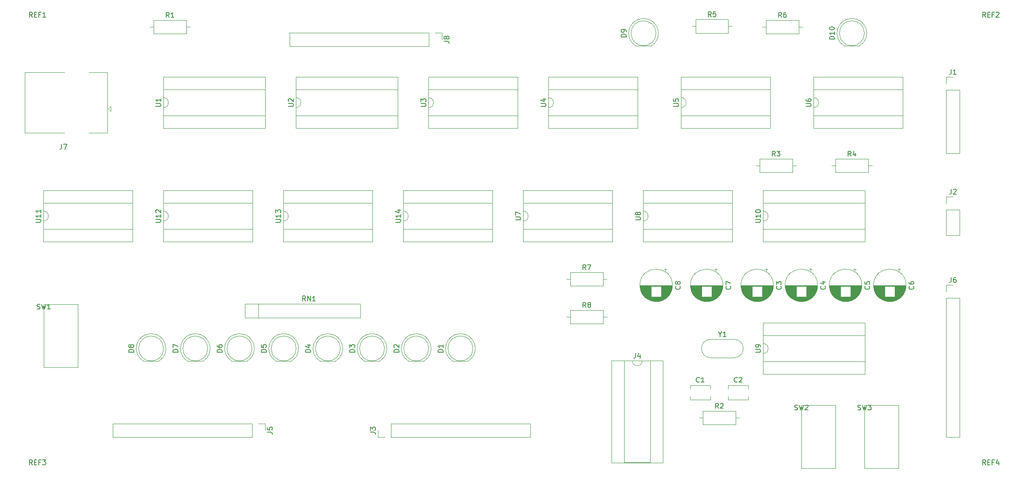
<source format=gbr>
%TF.GenerationSoftware,KiCad,Pcbnew,5.1.6-c6e7f7d~87~ubuntu16.04.1*%
%TF.CreationDate,2021-01-23T12:03:56-05:00*%
%TF.ProjectId,serial,73657269-616c-42e6-9b69-6361645f7063,rev?*%
%TF.SameCoordinates,Original*%
%TF.FileFunction,Legend,Top*%
%TF.FilePolarity,Positive*%
%FSLAX46Y46*%
G04 Gerber Fmt 4.6, Leading zero omitted, Abs format (unit mm)*
G04 Created by KiCad (PCBNEW 5.1.6-c6e7f7d~87~ubuntu16.04.1) date 2021-01-23 12:03:56*
%MOMM*%
%LPD*%
G01*
G04 APERTURE LIST*
%ADD10C,0.120000*%
%ADD11C,0.150000*%
G04 APERTURE END LIST*
D10*
%TO.C,U5*%
X133290000Y-16780000D02*
G75*
G02*
X133290000Y-18780000I0J-1000000D01*
G01*
X133290000Y-18780000D02*
X133290000Y-20430000D01*
X133290000Y-20430000D02*
X151190000Y-20430000D01*
X151190000Y-20430000D02*
X151190000Y-15130000D01*
X151190000Y-15130000D02*
X133290000Y-15130000D01*
X133290000Y-15130000D02*
X133290000Y-16780000D01*
X133230000Y-22920000D02*
X151250000Y-22920000D01*
X151250000Y-22920000D02*
X151250000Y-12640000D01*
X151250000Y-12640000D02*
X133230000Y-12640000D01*
X133230000Y-12640000D02*
X133230000Y-22920000D01*
%TO.C,U4*%
X106620000Y-16780000D02*
G75*
G02*
X106620000Y-18780000I0J-1000000D01*
G01*
X106620000Y-18780000D02*
X106620000Y-20430000D01*
X106620000Y-20430000D02*
X124520000Y-20430000D01*
X124520000Y-20430000D02*
X124520000Y-15130000D01*
X124520000Y-15130000D02*
X106620000Y-15130000D01*
X106620000Y-15130000D02*
X106620000Y-16780000D01*
X106560000Y-22920000D02*
X124580000Y-22920000D01*
X124580000Y-22920000D02*
X124580000Y-12640000D01*
X124580000Y-12640000D02*
X106560000Y-12640000D01*
X106560000Y-12640000D02*
X106560000Y-22920000D01*
%TO.C,Y1*%
X139250000Y-69160000D02*
X143950000Y-69160000D01*
X139250000Y-65460000D02*
X143950000Y-65460000D01*
X143950000Y-69160000D02*
G75*
G03*
X143950000Y-65460000I0J1850000D01*
G01*
X139250000Y-69160000D02*
G75*
G02*
X139250000Y-65460000I0J1850000D01*
G01*
%TO.C,U14*%
X77350000Y-35500000D02*
X77350000Y-45780000D01*
X95370000Y-35500000D02*
X77350000Y-35500000D01*
X95370000Y-45780000D02*
X95370000Y-35500000D01*
X77350000Y-45780000D02*
X95370000Y-45780000D01*
X77410000Y-37990000D02*
X77410000Y-39640000D01*
X95310000Y-37990000D02*
X77410000Y-37990000D01*
X95310000Y-43290000D02*
X95310000Y-37990000D01*
X77410000Y-43290000D02*
X95310000Y-43290000D01*
X77410000Y-41640000D02*
X77410000Y-43290000D01*
X77410000Y-39640000D02*
G75*
G02*
X77410000Y-41640000I0J-1000000D01*
G01*
%TO.C,U13*%
X53220000Y-35500000D02*
X53220000Y-45780000D01*
X71240000Y-35500000D02*
X53220000Y-35500000D01*
X71240000Y-45780000D02*
X71240000Y-35500000D01*
X53220000Y-45780000D02*
X71240000Y-45780000D01*
X53280000Y-37990000D02*
X53280000Y-39640000D01*
X71180000Y-37990000D02*
X53280000Y-37990000D01*
X71180000Y-43290000D02*
X71180000Y-37990000D01*
X53280000Y-43290000D02*
X71180000Y-43290000D01*
X53280000Y-41640000D02*
X53280000Y-43290000D01*
X53280000Y-39640000D02*
G75*
G02*
X53280000Y-41640000I0J-1000000D01*
G01*
%TO.C,U12*%
X29090000Y-35500000D02*
X29090000Y-45780000D01*
X47110000Y-35500000D02*
X29090000Y-35500000D01*
X47110000Y-45780000D02*
X47110000Y-35500000D01*
X29090000Y-45780000D02*
X47110000Y-45780000D01*
X29150000Y-37990000D02*
X29150000Y-39640000D01*
X47050000Y-37990000D02*
X29150000Y-37990000D01*
X47050000Y-43290000D02*
X47050000Y-37990000D01*
X29150000Y-43290000D02*
X47050000Y-43290000D01*
X29150000Y-41640000D02*
X29150000Y-43290000D01*
X29150000Y-39640000D02*
G75*
G02*
X29150000Y-41640000I0J-1000000D01*
G01*
%TO.C,U11*%
X4960000Y-35500000D02*
X4960000Y-45780000D01*
X22980000Y-35500000D02*
X4960000Y-35500000D01*
X22980000Y-45780000D02*
X22980000Y-35500000D01*
X4960000Y-45780000D02*
X22980000Y-45780000D01*
X5020000Y-37990000D02*
X5020000Y-39640000D01*
X22920000Y-37990000D02*
X5020000Y-37990000D01*
X22920000Y-43290000D02*
X22920000Y-37990000D01*
X5020000Y-43290000D02*
X22920000Y-43290000D01*
X5020000Y-41640000D02*
X5020000Y-43290000D01*
X5020000Y-39640000D02*
G75*
G02*
X5020000Y-41640000I0J-1000000D01*
G01*
%TO.C,U10*%
X149740000Y-35500000D02*
X149740000Y-45780000D01*
X170300000Y-35500000D02*
X149740000Y-35500000D01*
X170300000Y-45780000D02*
X170300000Y-35500000D01*
X149740000Y-45780000D02*
X170300000Y-45780000D01*
X149800000Y-37990000D02*
X149800000Y-39640000D01*
X170240000Y-37990000D02*
X149800000Y-37990000D01*
X170240000Y-43290000D02*
X170240000Y-37990000D01*
X149800000Y-43290000D02*
X170240000Y-43290000D01*
X149800000Y-41640000D02*
X149800000Y-43290000D01*
X149800000Y-39640000D02*
G75*
G02*
X149800000Y-41640000I0J-1000000D01*
G01*
%TO.C,U9*%
X149740000Y-62170000D02*
X149740000Y-72450000D01*
X170300000Y-62170000D02*
X149740000Y-62170000D01*
X170300000Y-72450000D02*
X170300000Y-62170000D01*
X149740000Y-72450000D02*
X170300000Y-72450000D01*
X149800000Y-64660000D02*
X149800000Y-66310000D01*
X170240000Y-64660000D02*
X149800000Y-64660000D01*
X170240000Y-69960000D02*
X170240000Y-64660000D01*
X149800000Y-69960000D02*
X170240000Y-69960000D01*
X149800000Y-68310000D02*
X149800000Y-69960000D01*
X149800000Y-66310000D02*
G75*
G02*
X149800000Y-68310000I0J-1000000D01*
G01*
%TO.C,U8*%
X125610000Y-35500000D02*
X125610000Y-45780000D01*
X143630000Y-35500000D02*
X125610000Y-35500000D01*
X143630000Y-45780000D02*
X143630000Y-35500000D01*
X125610000Y-45780000D02*
X143630000Y-45780000D01*
X125670000Y-37990000D02*
X125670000Y-39640000D01*
X143570000Y-37990000D02*
X125670000Y-37990000D01*
X143570000Y-43290000D02*
X143570000Y-37990000D01*
X125670000Y-43290000D02*
X143570000Y-43290000D01*
X125670000Y-41640000D02*
X125670000Y-43290000D01*
X125670000Y-39640000D02*
G75*
G02*
X125670000Y-41640000I0J-1000000D01*
G01*
%TO.C,U7*%
X101480000Y-35500000D02*
X101480000Y-45780000D01*
X119500000Y-35500000D02*
X101480000Y-35500000D01*
X119500000Y-45780000D02*
X119500000Y-35500000D01*
X101480000Y-45780000D02*
X119500000Y-45780000D01*
X101540000Y-37990000D02*
X101540000Y-39640000D01*
X119440000Y-37990000D02*
X101540000Y-37990000D01*
X119440000Y-43290000D02*
X119440000Y-37990000D01*
X101540000Y-43290000D02*
X119440000Y-43290000D01*
X101540000Y-41640000D02*
X101540000Y-43290000D01*
X101540000Y-39640000D02*
G75*
G02*
X101540000Y-41640000I0J-1000000D01*
G01*
%TO.C,U6*%
X159900000Y-12640000D02*
X159900000Y-22920000D01*
X177920000Y-12640000D02*
X159900000Y-12640000D01*
X177920000Y-22920000D02*
X177920000Y-12640000D01*
X159900000Y-22920000D02*
X177920000Y-22920000D01*
X159960000Y-15130000D02*
X159960000Y-16780000D01*
X177860000Y-15130000D02*
X159960000Y-15130000D01*
X177860000Y-20430000D02*
X177860000Y-15130000D01*
X159960000Y-20430000D02*
X177860000Y-20430000D01*
X159960000Y-18780000D02*
X159960000Y-20430000D01*
X159960000Y-16780000D02*
G75*
G02*
X159960000Y-18780000I0J-1000000D01*
G01*
%TO.C,U3*%
X82430000Y-12640000D02*
X82430000Y-22920000D01*
X100450000Y-12640000D02*
X82430000Y-12640000D01*
X100450000Y-22920000D02*
X100450000Y-12640000D01*
X82430000Y-22920000D02*
X100450000Y-22920000D01*
X82490000Y-15130000D02*
X82490000Y-16780000D01*
X100390000Y-15130000D02*
X82490000Y-15130000D01*
X100390000Y-20430000D02*
X100390000Y-15130000D01*
X82490000Y-20430000D02*
X100390000Y-20430000D01*
X82490000Y-18780000D02*
X82490000Y-20430000D01*
X82490000Y-16780000D02*
G75*
G02*
X82490000Y-18780000I0J-1000000D01*
G01*
%TO.C,U2*%
X55760000Y-12640000D02*
X55760000Y-22920000D01*
X76320000Y-12640000D02*
X55760000Y-12640000D01*
X76320000Y-22920000D02*
X76320000Y-12640000D01*
X55760000Y-22920000D02*
X76320000Y-22920000D01*
X55820000Y-15130000D02*
X55820000Y-16780000D01*
X76260000Y-15130000D02*
X55820000Y-15130000D01*
X76260000Y-20430000D02*
X76260000Y-15130000D01*
X55820000Y-20430000D02*
X76260000Y-20430000D01*
X55820000Y-18780000D02*
X55820000Y-20430000D01*
X55820000Y-16780000D02*
G75*
G02*
X55820000Y-18780000I0J-1000000D01*
G01*
%TO.C,U1*%
X29090000Y-12640000D02*
X29090000Y-22920000D01*
X49650000Y-12640000D02*
X29090000Y-12640000D01*
X49650000Y-22920000D02*
X49650000Y-12640000D01*
X29090000Y-22920000D02*
X49650000Y-22920000D01*
X29150000Y-15130000D02*
X29150000Y-16780000D01*
X49590000Y-15130000D02*
X29150000Y-15130000D01*
X49590000Y-20430000D02*
X49590000Y-15130000D01*
X29150000Y-20430000D02*
X49590000Y-20430000D01*
X29150000Y-18780000D02*
X29150000Y-20430000D01*
X29150000Y-16780000D02*
G75*
G02*
X29150000Y-18780000I0J-1000000D01*
G01*
%TO.C,SW3*%
X170180000Y-91440000D02*
X170180000Y-78740000D01*
X177038000Y-91440000D02*
X170180000Y-91440000D01*
X177038000Y-78740000D02*
X177038000Y-91440000D01*
X170180000Y-78740000D02*
X177038000Y-78740000D01*
%TO.C,SW2*%
X157480000Y-91440000D02*
X157480000Y-78740000D01*
X164338000Y-91440000D02*
X157480000Y-91440000D01*
X164338000Y-78740000D02*
X164338000Y-91440000D01*
X157480000Y-78740000D02*
X164338000Y-78740000D01*
%TO.C,SW1*%
X5080000Y-71120000D02*
X5080000Y-58420000D01*
X11938000Y-71120000D02*
X5080000Y-71120000D01*
X11938000Y-58420000D02*
X11938000Y-71120000D01*
X5080000Y-58420000D02*
X11938000Y-58420000D01*
%TO.C,RN1*%
X48260000Y-58290000D02*
X48260000Y-61090000D01*
X68750000Y-58290000D02*
X45550000Y-58290000D01*
X68750000Y-61090000D02*
X68750000Y-58290000D01*
X45550000Y-61090000D02*
X68750000Y-61090000D01*
X45550000Y-58290000D02*
X45550000Y-61090000D01*
%TO.C,R8*%
X118340000Y-60960000D02*
X117570000Y-60960000D01*
X110260000Y-60960000D02*
X111030000Y-60960000D01*
X117570000Y-59590000D02*
X111030000Y-59590000D01*
X117570000Y-62330000D02*
X117570000Y-59590000D01*
X111030000Y-62330000D02*
X117570000Y-62330000D01*
X111030000Y-59590000D02*
X111030000Y-62330000D01*
%TO.C,R7*%
X118340000Y-53340000D02*
X117570000Y-53340000D01*
X110260000Y-53340000D02*
X111030000Y-53340000D01*
X117570000Y-51970000D02*
X111030000Y-51970000D01*
X117570000Y-54710000D02*
X117570000Y-51970000D01*
X111030000Y-54710000D02*
X117570000Y-54710000D01*
X111030000Y-51970000D02*
X111030000Y-54710000D01*
%TO.C,R6*%
X157710000Y-2540000D02*
X156940000Y-2540000D01*
X149630000Y-2540000D02*
X150400000Y-2540000D01*
X156940000Y-1170000D02*
X150400000Y-1170000D01*
X156940000Y-3910000D02*
X156940000Y-1170000D01*
X150400000Y-3910000D02*
X156940000Y-3910000D01*
X150400000Y-1170000D02*
X150400000Y-3910000D01*
%TO.C,R5*%
X143550000Y-2400000D02*
X142780000Y-2400000D01*
X135470000Y-2400000D02*
X136240000Y-2400000D01*
X142780000Y-1030000D02*
X136240000Y-1030000D01*
X142780000Y-3770000D02*
X142780000Y-1030000D01*
X136240000Y-3770000D02*
X142780000Y-3770000D01*
X136240000Y-1030000D02*
X136240000Y-3770000D01*
%TO.C,R4*%
X171680000Y-30480000D02*
X170910000Y-30480000D01*
X163600000Y-30480000D02*
X164370000Y-30480000D01*
X170910000Y-29110000D02*
X164370000Y-29110000D01*
X170910000Y-31850000D02*
X170910000Y-29110000D01*
X164370000Y-31850000D02*
X170910000Y-31850000D01*
X164370000Y-29110000D02*
X164370000Y-31850000D01*
%TO.C,R3*%
X156440000Y-30480000D02*
X155670000Y-30480000D01*
X148360000Y-30480000D02*
X149130000Y-30480000D01*
X155670000Y-29110000D02*
X149130000Y-29110000D01*
X155670000Y-31850000D02*
X155670000Y-29110000D01*
X149130000Y-31850000D02*
X155670000Y-31850000D01*
X149130000Y-29110000D02*
X149130000Y-31850000D01*
%TO.C,R2*%
X145010000Y-81280000D02*
X144240000Y-81280000D01*
X136930000Y-81280000D02*
X137700000Y-81280000D01*
X144240000Y-79910000D02*
X137700000Y-79910000D01*
X144240000Y-82650000D02*
X144240000Y-79910000D01*
X137700000Y-82650000D02*
X144240000Y-82650000D01*
X137700000Y-79910000D02*
X137700000Y-82650000D01*
%TO.C,R1*%
X34520000Y-2540000D02*
X33750000Y-2540000D01*
X26440000Y-2540000D02*
X27210000Y-2540000D01*
X33750000Y-1170000D02*
X27210000Y-1170000D01*
X33750000Y-3910000D02*
X33750000Y-1170000D01*
X27210000Y-3910000D02*
X33750000Y-3910000D01*
X27210000Y-1170000D02*
X27210000Y-3910000D01*
%TO.C,J8*%
X85150000Y-3750000D02*
X85150000Y-5080000D01*
X83820000Y-3750000D02*
X85150000Y-3750000D01*
X82550000Y-3750000D02*
X82550000Y-6410000D01*
X82550000Y-6410000D02*
X54550000Y-6410000D01*
X82550000Y-3750000D02*
X54550000Y-3750000D01*
X54550000Y-3750000D02*
X54550000Y-6410000D01*
%TO.C,J7*%
X18560000Y-18550000D02*
X18060000Y-19050000D01*
X18560000Y-19550000D02*
X18560000Y-18550000D01*
X18060000Y-19050000D02*
X18560000Y-19550000D01*
X1240000Y-11690000D02*
X9210000Y-11690000D01*
X1240000Y-23910000D02*
X9210000Y-23910000D01*
X1240000Y-11690000D02*
X1240000Y-23910000D01*
X17860000Y-23910000D02*
X14110000Y-23910000D01*
X17860000Y-11690000D02*
X14110000Y-11690000D01*
X17860000Y-11690000D02*
X17860000Y-23910000D01*
%TO.C,J6*%
X186630000Y-54550000D02*
X187960000Y-54550000D01*
X186630000Y-55880000D02*
X186630000Y-54550000D01*
X186630000Y-57150000D02*
X189290000Y-57150000D01*
X189290000Y-57150000D02*
X189290000Y-85150000D01*
X186630000Y-57150000D02*
X186630000Y-85150000D01*
X186630000Y-85150000D02*
X189290000Y-85150000D01*
%TO.C,J5*%
X49590000Y-82490000D02*
X49590000Y-83820000D01*
X48260000Y-82490000D02*
X49590000Y-82490000D01*
X46990000Y-82490000D02*
X46990000Y-85150000D01*
X46990000Y-85150000D02*
X18990000Y-85150000D01*
X46990000Y-82490000D02*
X18990000Y-82490000D01*
X18990000Y-82490000D02*
X18990000Y-85150000D01*
%TO.C,J4*%
X129600000Y-69730000D02*
X119320000Y-69730000D01*
X129600000Y-90290000D02*
X129600000Y-69730000D01*
X119320000Y-90290000D02*
X129600000Y-90290000D01*
X119320000Y-69730000D02*
X119320000Y-90290000D01*
X127110000Y-69790000D02*
X125460000Y-69790000D01*
X127110000Y-90230000D02*
X127110000Y-69790000D01*
X121810000Y-90230000D02*
X127110000Y-90230000D01*
X121810000Y-69790000D02*
X121810000Y-90230000D01*
X123460000Y-69790000D02*
X121810000Y-69790000D01*
X125460000Y-69790000D02*
G75*
G02*
X123460000Y-69790000I-1000000J0D01*
G01*
%TO.C,J3*%
X72330000Y-85150000D02*
X72330000Y-83820000D01*
X73660000Y-85150000D02*
X72330000Y-85150000D01*
X74930000Y-85150000D02*
X74930000Y-82490000D01*
X74930000Y-82490000D02*
X102930000Y-82490000D01*
X74930000Y-85150000D02*
X102930000Y-85150000D01*
X102930000Y-85150000D02*
X102930000Y-82490000D01*
%TO.C,J2*%
X186630000Y-36770000D02*
X187960000Y-36770000D01*
X186630000Y-38100000D02*
X186630000Y-36770000D01*
X186630000Y-39370000D02*
X189290000Y-39370000D01*
X189290000Y-39370000D02*
X189290000Y-44510000D01*
X186630000Y-39370000D02*
X186630000Y-44510000D01*
X186630000Y-44510000D02*
X189290000Y-44510000D01*
%TO.C,J1*%
X186630000Y-12640000D02*
X187960000Y-12640000D01*
X186630000Y-13970000D02*
X186630000Y-12640000D01*
X186630000Y-15240000D02*
X189290000Y-15240000D01*
X189290000Y-15240000D02*
X189290000Y-28000000D01*
X186630000Y-15240000D02*
X186630000Y-28000000D01*
X186630000Y-28000000D02*
X189290000Y-28000000D01*
%TO.C,D10*%
X166095000Y-6370000D02*
X169185000Y-6370000D01*
X170140000Y-3810000D02*
G75*
G03*
X170140000Y-3810000I-2500000J0D01*
G01*
X167639538Y-820000D02*
G75*
G02*
X169184830Y-6370000I462J-2990000D01*
G01*
X167640462Y-820000D02*
G75*
G03*
X166095170Y-6370000I-462J-2990000D01*
G01*
%TO.C,D9*%
X124185000Y-6370000D02*
X127275000Y-6370000D01*
X128230000Y-3810000D02*
G75*
G03*
X128230000Y-3810000I-2500000J0D01*
G01*
X125729538Y-820000D02*
G75*
G02*
X127274830Y-6370000I462J-2990000D01*
G01*
X125730462Y-820000D02*
G75*
G03*
X124185170Y-6370000I-462J-2990000D01*
G01*
%TO.C,D8*%
X25125000Y-69870000D02*
X28215000Y-69870000D01*
X29170000Y-67310000D02*
G75*
G03*
X29170000Y-67310000I-2500000J0D01*
G01*
X26669538Y-64320000D02*
G75*
G02*
X28214830Y-69870000I462J-2990000D01*
G01*
X26670462Y-64320000D02*
G75*
G03*
X25125170Y-69870000I-462J-2990000D01*
G01*
%TO.C,D7*%
X34015000Y-69870000D02*
X37105000Y-69870000D01*
X38060000Y-67310000D02*
G75*
G03*
X38060000Y-67310000I-2500000J0D01*
G01*
X35559538Y-64320000D02*
G75*
G02*
X37104830Y-69870000I462J-2990000D01*
G01*
X35560462Y-64320000D02*
G75*
G03*
X34015170Y-69870000I-462J-2990000D01*
G01*
%TO.C,D6*%
X42905000Y-69870000D02*
X45995000Y-69870000D01*
X46950000Y-67310000D02*
G75*
G03*
X46950000Y-67310000I-2500000J0D01*
G01*
X44449538Y-64320000D02*
G75*
G02*
X45994830Y-69870000I462J-2990000D01*
G01*
X44450462Y-64320000D02*
G75*
G03*
X42905170Y-69870000I-462J-2990000D01*
G01*
%TO.C,D5*%
X51795000Y-69870000D02*
X54885000Y-69870000D01*
X55840000Y-67310000D02*
G75*
G03*
X55840000Y-67310000I-2500000J0D01*
G01*
X53339538Y-64320000D02*
G75*
G02*
X54884830Y-69870000I462J-2990000D01*
G01*
X53340462Y-64320000D02*
G75*
G03*
X51795170Y-69870000I-462J-2990000D01*
G01*
%TO.C,D4*%
X60685000Y-69870000D02*
X63775000Y-69870000D01*
X64730000Y-67310000D02*
G75*
G03*
X64730000Y-67310000I-2500000J0D01*
G01*
X62229538Y-64320000D02*
G75*
G02*
X63774830Y-69870000I462J-2990000D01*
G01*
X62230462Y-64320000D02*
G75*
G03*
X60685170Y-69870000I-462J-2990000D01*
G01*
%TO.C,D3*%
X69575000Y-69870000D02*
X72665000Y-69870000D01*
X73620000Y-67310000D02*
G75*
G03*
X73620000Y-67310000I-2500000J0D01*
G01*
X71119538Y-64320000D02*
G75*
G02*
X72664830Y-69870000I462J-2990000D01*
G01*
X71120462Y-64320000D02*
G75*
G03*
X69575170Y-69870000I-462J-2990000D01*
G01*
%TO.C,D2*%
X78465000Y-69870000D02*
X81555000Y-69870000D01*
X82510000Y-67310000D02*
G75*
G03*
X82510000Y-67310000I-2500000J0D01*
G01*
X80009538Y-64320000D02*
G75*
G02*
X81554830Y-69870000I462J-2990000D01*
G01*
X80010462Y-64320000D02*
G75*
G03*
X78465170Y-69870000I-462J-2990000D01*
G01*
%TO.C,D1*%
X87355000Y-69870000D02*
X90445000Y-69870000D01*
X91400000Y-67310000D02*
G75*
G03*
X91400000Y-67310000I-2500000J0D01*
G01*
X88899538Y-64320000D02*
G75*
G02*
X90444830Y-69870000I462J-2990000D01*
G01*
X88900462Y-64320000D02*
G75*
G03*
X87355170Y-69870000I-462J-2990000D01*
G01*
%TO.C,C8*%
X130424000Y-51404759D02*
X129794000Y-51404759D01*
X130109000Y-51089759D02*
X130109000Y-51719759D01*
X128672000Y-57831000D02*
X127868000Y-57831000D01*
X128903000Y-57791000D02*
X127637000Y-57791000D01*
X129072000Y-57751000D02*
X127468000Y-57751000D01*
X129210000Y-57711000D02*
X127330000Y-57711000D01*
X129329000Y-57671000D02*
X127211000Y-57671000D01*
X129435000Y-57631000D02*
X127105000Y-57631000D01*
X129532000Y-57591000D02*
X127008000Y-57591000D01*
X129620000Y-57551000D02*
X126920000Y-57551000D01*
X129702000Y-57511000D02*
X126838000Y-57511000D01*
X129779000Y-57471000D02*
X126761000Y-57471000D01*
X129851000Y-57431000D02*
X126689000Y-57431000D01*
X129920000Y-57391000D02*
X126620000Y-57391000D01*
X129984000Y-57351000D02*
X126556000Y-57351000D01*
X130046000Y-57311000D02*
X126494000Y-57311000D01*
X130104000Y-57271000D02*
X126436000Y-57271000D01*
X130160000Y-57231000D02*
X126380000Y-57231000D01*
X130214000Y-57191000D02*
X126326000Y-57191000D01*
X130265000Y-57151000D02*
X126275000Y-57151000D01*
X130314000Y-57111000D02*
X126226000Y-57111000D01*
X130362000Y-57071000D02*
X126178000Y-57071000D01*
X130407000Y-57031000D02*
X126133000Y-57031000D01*
X130452000Y-56991000D02*
X126088000Y-56991000D01*
X130494000Y-56951000D02*
X126046000Y-56951000D01*
X130535000Y-56911000D02*
X126005000Y-56911000D01*
X127230000Y-56871000D02*
X125965000Y-56871000D01*
X130575000Y-56871000D02*
X129310000Y-56871000D01*
X127230000Y-56831000D02*
X125927000Y-56831000D01*
X130613000Y-56831000D02*
X129310000Y-56831000D01*
X127230000Y-56791000D02*
X125890000Y-56791000D01*
X130650000Y-56791000D02*
X129310000Y-56791000D01*
X127230000Y-56751000D02*
X125854000Y-56751000D01*
X130686000Y-56751000D02*
X129310000Y-56751000D01*
X127230000Y-56711000D02*
X125820000Y-56711000D01*
X130720000Y-56711000D02*
X129310000Y-56711000D01*
X127230000Y-56671000D02*
X125786000Y-56671000D01*
X130754000Y-56671000D02*
X129310000Y-56671000D01*
X127230000Y-56631000D02*
X125754000Y-56631000D01*
X130786000Y-56631000D02*
X129310000Y-56631000D01*
X127230000Y-56591000D02*
X125722000Y-56591000D01*
X130818000Y-56591000D02*
X129310000Y-56591000D01*
X127230000Y-56551000D02*
X125692000Y-56551000D01*
X130848000Y-56551000D02*
X129310000Y-56551000D01*
X127230000Y-56511000D02*
X125663000Y-56511000D01*
X130877000Y-56511000D02*
X129310000Y-56511000D01*
X127230000Y-56471000D02*
X125634000Y-56471000D01*
X130906000Y-56471000D02*
X129310000Y-56471000D01*
X127230000Y-56431000D02*
X125606000Y-56431000D01*
X130934000Y-56431000D02*
X129310000Y-56431000D01*
X127230000Y-56391000D02*
X125580000Y-56391000D01*
X130960000Y-56391000D02*
X129310000Y-56391000D01*
X127230000Y-56351000D02*
X125554000Y-56351000D01*
X130986000Y-56351000D02*
X129310000Y-56351000D01*
X127230000Y-56311000D02*
X125528000Y-56311000D01*
X131012000Y-56311000D02*
X129310000Y-56311000D01*
X127230000Y-56271000D02*
X125504000Y-56271000D01*
X131036000Y-56271000D02*
X129310000Y-56271000D01*
X127230000Y-56231000D02*
X125480000Y-56231000D01*
X131060000Y-56231000D02*
X129310000Y-56231000D01*
X127230000Y-56191000D02*
X125458000Y-56191000D01*
X131082000Y-56191000D02*
X129310000Y-56191000D01*
X127230000Y-56151000D02*
X125436000Y-56151000D01*
X131104000Y-56151000D02*
X129310000Y-56151000D01*
X127230000Y-56111000D02*
X125414000Y-56111000D01*
X131126000Y-56111000D02*
X129310000Y-56111000D01*
X127230000Y-56071000D02*
X125394000Y-56071000D01*
X131146000Y-56071000D02*
X129310000Y-56071000D01*
X127230000Y-56031000D02*
X125374000Y-56031000D01*
X131166000Y-56031000D02*
X129310000Y-56031000D01*
X127230000Y-55991000D02*
X125354000Y-55991000D01*
X131186000Y-55991000D02*
X129310000Y-55991000D01*
X127230000Y-55951000D02*
X125336000Y-55951000D01*
X131204000Y-55951000D02*
X129310000Y-55951000D01*
X127230000Y-55911000D02*
X125318000Y-55911000D01*
X131222000Y-55911000D02*
X129310000Y-55911000D01*
X127230000Y-55871000D02*
X125300000Y-55871000D01*
X131240000Y-55871000D02*
X129310000Y-55871000D01*
X127230000Y-55831000D02*
X125284000Y-55831000D01*
X131256000Y-55831000D02*
X129310000Y-55831000D01*
X127230000Y-55791000D02*
X125268000Y-55791000D01*
X131272000Y-55791000D02*
X129310000Y-55791000D01*
X127230000Y-55751000D02*
X125252000Y-55751000D01*
X131288000Y-55751000D02*
X129310000Y-55751000D01*
X127230000Y-55711000D02*
X125237000Y-55711000D01*
X131303000Y-55711000D02*
X129310000Y-55711000D01*
X127230000Y-55671000D02*
X125223000Y-55671000D01*
X131317000Y-55671000D02*
X129310000Y-55671000D01*
X127230000Y-55631000D02*
X125209000Y-55631000D01*
X131331000Y-55631000D02*
X129310000Y-55631000D01*
X127230000Y-55591000D02*
X125196000Y-55591000D01*
X131344000Y-55591000D02*
X129310000Y-55591000D01*
X127230000Y-55551000D02*
X125184000Y-55551000D01*
X131356000Y-55551000D02*
X129310000Y-55551000D01*
X127230000Y-55511000D02*
X125172000Y-55511000D01*
X131368000Y-55511000D02*
X129310000Y-55511000D01*
X127230000Y-55471000D02*
X125160000Y-55471000D01*
X131380000Y-55471000D02*
X129310000Y-55471000D01*
X127230000Y-55431000D02*
X125149000Y-55431000D01*
X131391000Y-55431000D02*
X129310000Y-55431000D01*
X127230000Y-55391000D02*
X125139000Y-55391000D01*
X131401000Y-55391000D02*
X129310000Y-55391000D01*
X127230000Y-55351000D02*
X125129000Y-55351000D01*
X131411000Y-55351000D02*
X129310000Y-55351000D01*
X127230000Y-55311000D02*
X125120000Y-55311000D01*
X131420000Y-55311000D02*
X129310000Y-55311000D01*
X127230000Y-55270000D02*
X125111000Y-55270000D01*
X131429000Y-55270000D02*
X129310000Y-55270000D01*
X127230000Y-55230000D02*
X125103000Y-55230000D01*
X131437000Y-55230000D02*
X129310000Y-55230000D01*
X127230000Y-55190000D02*
X125095000Y-55190000D01*
X131445000Y-55190000D02*
X129310000Y-55190000D01*
X127230000Y-55150000D02*
X125088000Y-55150000D01*
X131452000Y-55150000D02*
X129310000Y-55150000D01*
X127230000Y-55110000D02*
X125081000Y-55110000D01*
X131459000Y-55110000D02*
X129310000Y-55110000D01*
X127230000Y-55070000D02*
X125075000Y-55070000D01*
X131465000Y-55070000D02*
X129310000Y-55070000D01*
X127230000Y-55030000D02*
X125069000Y-55030000D01*
X131471000Y-55030000D02*
X129310000Y-55030000D01*
X127230000Y-54990000D02*
X125064000Y-54990000D01*
X131476000Y-54990000D02*
X129310000Y-54990000D01*
X127230000Y-54950000D02*
X125059000Y-54950000D01*
X131481000Y-54950000D02*
X129310000Y-54950000D01*
X127230000Y-54910000D02*
X125055000Y-54910000D01*
X131485000Y-54910000D02*
X129310000Y-54910000D01*
X127230000Y-54870000D02*
X125052000Y-54870000D01*
X131488000Y-54870000D02*
X129310000Y-54870000D01*
X127230000Y-54830000D02*
X125048000Y-54830000D01*
X131492000Y-54830000D02*
X129310000Y-54830000D01*
X131494000Y-54790000D02*
X125046000Y-54790000D01*
X131497000Y-54750000D02*
X125043000Y-54750000D01*
X131498000Y-54710000D02*
X125042000Y-54710000D01*
X131500000Y-54670000D02*
X125040000Y-54670000D01*
X131500000Y-54630000D02*
X125040000Y-54630000D01*
X131500000Y-54590000D02*
X125040000Y-54590000D01*
X131540000Y-54590000D02*
G75*
G03*
X131540000Y-54590000I-3270000J0D01*
G01*
%TO.C,C7*%
X140584000Y-51404759D02*
X139954000Y-51404759D01*
X140269000Y-51089759D02*
X140269000Y-51719759D01*
X138832000Y-57831000D02*
X138028000Y-57831000D01*
X139063000Y-57791000D02*
X137797000Y-57791000D01*
X139232000Y-57751000D02*
X137628000Y-57751000D01*
X139370000Y-57711000D02*
X137490000Y-57711000D01*
X139489000Y-57671000D02*
X137371000Y-57671000D01*
X139595000Y-57631000D02*
X137265000Y-57631000D01*
X139692000Y-57591000D02*
X137168000Y-57591000D01*
X139780000Y-57551000D02*
X137080000Y-57551000D01*
X139862000Y-57511000D02*
X136998000Y-57511000D01*
X139939000Y-57471000D02*
X136921000Y-57471000D01*
X140011000Y-57431000D02*
X136849000Y-57431000D01*
X140080000Y-57391000D02*
X136780000Y-57391000D01*
X140144000Y-57351000D02*
X136716000Y-57351000D01*
X140206000Y-57311000D02*
X136654000Y-57311000D01*
X140264000Y-57271000D02*
X136596000Y-57271000D01*
X140320000Y-57231000D02*
X136540000Y-57231000D01*
X140374000Y-57191000D02*
X136486000Y-57191000D01*
X140425000Y-57151000D02*
X136435000Y-57151000D01*
X140474000Y-57111000D02*
X136386000Y-57111000D01*
X140522000Y-57071000D02*
X136338000Y-57071000D01*
X140567000Y-57031000D02*
X136293000Y-57031000D01*
X140612000Y-56991000D02*
X136248000Y-56991000D01*
X140654000Y-56951000D02*
X136206000Y-56951000D01*
X140695000Y-56911000D02*
X136165000Y-56911000D01*
X137390000Y-56871000D02*
X136125000Y-56871000D01*
X140735000Y-56871000D02*
X139470000Y-56871000D01*
X137390000Y-56831000D02*
X136087000Y-56831000D01*
X140773000Y-56831000D02*
X139470000Y-56831000D01*
X137390000Y-56791000D02*
X136050000Y-56791000D01*
X140810000Y-56791000D02*
X139470000Y-56791000D01*
X137390000Y-56751000D02*
X136014000Y-56751000D01*
X140846000Y-56751000D02*
X139470000Y-56751000D01*
X137390000Y-56711000D02*
X135980000Y-56711000D01*
X140880000Y-56711000D02*
X139470000Y-56711000D01*
X137390000Y-56671000D02*
X135946000Y-56671000D01*
X140914000Y-56671000D02*
X139470000Y-56671000D01*
X137390000Y-56631000D02*
X135914000Y-56631000D01*
X140946000Y-56631000D02*
X139470000Y-56631000D01*
X137390000Y-56591000D02*
X135882000Y-56591000D01*
X140978000Y-56591000D02*
X139470000Y-56591000D01*
X137390000Y-56551000D02*
X135852000Y-56551000D01*
X141008000Y-56551000D02*
X139470000Y-56551000D01*
X137390000Y-56511000D02*
X135823000Y-56511000D01*
X141037000Y-56511000D02*
X139470000Y-56511000D01*
X137390000Y-56471000D02*
X135794000Y-56471000D01*
X141066000Y-56471000D02*
X139470000Y-56471000D01*
X137390000Y-56431000D02*
X135766000Y-56431000D01*
X141094000Y-56431000D02*
X139470000Y-56431000D01*
X137390000Y-56391000D02*
X135740000Y-56391000D01*
X141120000Y-56391000D02*
X139470000Y-56391000D01*
X137390000Y-56351000D02*
X135714000Y-56351000D01*
X141146000Y-56351000D02*
X139470000Y-56351000D01*
X137390000Y-56311000D02*
X135688000Y-56311000D01*
X141172000Y-56311000D02*
X139470000Y-56311000D01*
X137390000Y-56271000D02*
X135664000Y-56271000D01*
X141196000Y-56271000D02*
X139470000Y-56271000D01*
X137390000Y-56231000D02*
X135640000Y-56231000D01*
X141220000Y-56231000D02*
X139470000Y-56231000D01*
X137390000Y-56191000D02*
X135618000Y-56191000D01*
X141242000Y-56191000D02*
X139470000Y-56191000D01*
X137390000Y-56151000D02*
X135596000Y-56151000D01*
X141264000Y-56151000D02*
X139470000Y-56151000D01*
X137390000Y-56111000D02*
X135574000Y-56111000D01*
X141286000Y-56111000D02*
X139470000Y-56111000D01*
X137390000Y-56071000D02*
X135554000Y-56071000D01*
X141306000Y-56071000D02*
X139470000Y-56071000D01*
X137390000Y-56031000D02*
X135534000Y-56031000D01*
X141326000Y-56031000D02*
X139470000Y-56031000D01*
X137390000Y-55991000D02*
X135514000Y-55991000D01*
X141346000Y-55991000D02*
X139470000Y-55991000D01*
X137390000Y-55951000D02*
X135496000Y-55951000D01*
X141364000Y-55951000D02*
X139470000Y-55951000D01*
X137390000Y-55911000D02*
X135478000Y-55911000D01*
X141382000Y-55911000D02*
X139470000Y-55911000D01*
X137390000Y-55871000D02*
X135460000Y-55871000D01*
X141400000Y-55871000D02*
X139470000Y-55871000D01*
X137390000Y-55831000D02*
X135444000Y-55831000D01*
X141416000Y-55831000D02*
X139470000Y-55831000D01*
X137390000Y-55791000D02*
X135428000Y-55791000D01*
X141432000Y-55791000D02*
X139470000Y-55791000D01*
X137390000Y-55751000D02*
X135412000Y-55751000D01*
X141448000Y-55751000D02*
X139470000Y-55751000D01*
X137390000Y-55711000D02*
X135397000Y-55711000D01*
X141463000Y-55711000D02*
X139470000Y-55711000D01*
X137390000Y-55671000D02*
X135383000Y-55671000D01*
X141477000Y-55671000D02*
X139470000Y-55671000D01*
X137390000Y-55631000D02*
X135369000Y-55631000D01*
X141491000Y-55631000D02*
X139470000Y-55631000D01*
X137390000Y-55591000D02*
X135356000Y-55591000D01*
X141504000Y-55591000D02*
X139470000Y-55591000D01*
X137390000Y-55551000D02*
X135344000Y-55551000D01*
X141516000Y-55551000D02*
X139470000Y-55551000D01*
X137390000Y-55511000D02*
X135332000Y-55511000D01*
X141528000Y-55511000D02*
X139470000Y-55511000D01*
X137390000Y-55471000D02*
X135320000Y-55471000D01*
X141540000Y-55471000D02*
X139470000Y-55471000D01*
X137390000Y-55431000D02*
X135309000Y-55431000D01*
X141551000Y-55431000D02*
X139470000Y-55431000D01*
X137390000Y-55391000D02*
X135299000Y-55391000D01*
X141561000Y-55391000D02*
X139470000Y-55391000D01*
X137390000Y-55351000D02*
X135289000Y-55351000D01*
X141571000Y-55351000D02*
X139470000Y-55351000D01*
X137390000Y-55311000D02*
X135280000Y-55311000D01*
X141580000Y-55311000D02*
X139470000Y-55311000D01*
X137390000Y-55270000D02*
X135271000Y-55270000D01*
X141589000Y-55270000D02*
X139470000Y-55270000D01*
X137390000Y-55230000D02*
X135263000Y-55230000D01*
X141597000Y-55230000D02*
X139470000Y-55230000D01*
X137390000Y-55190000D02*
X135255000Y-55190000D01*
X141605000Y-55190000D02*
X139470000Y-55190000D01*
X137390000Y-55150000D02*
X135248000Y-55150000D01*
X141612000Y-55150000D02*
X139470000Y-55150000D01*
X137390000Y-55110000D02*
X135241000Y-55110000D01*
X141619000Y-55110000D02*
X139470000Y-55110000D01*
X137390000Y-55070000D02*
X135235000Y-55070000D01*
X141625000Y-55070000D02*
X139470000Y-55070000D01*
X137390000Y-55030000D02*
X135229000Y-55030000D01*
X141631000Y-55030000D02*
X139470000Y-55030000D01*
X137390000Y-54990000D02*
X135224000Y-54990000D01*
X141636000Y-54990000D02*
X139470000Y-54990000D01*
X137390000Y-54950000D02*
X135219000Y-54950000D01*
X141641000Y-54950000D02*
X139470000Y-54950000D01*
X137390000Y-54910000D02*
X135215000Y-54910000D01*
X141645000Y-54910000D02*
X139470000Y-54910000D01*
X137390000Y-54870000D02*
X135212000Y-54870000D01*
X141648000Y-54870000D02*
X139470000Y-54870000D01*
X137390000Y-54830000D02*
X135208000Y-54830000D01*
X141652000Y-54830000D02*
X139470000Y-54830000D01*
X141654000Y-54790000D02*
X135206000Y-54790000D01*
X141657000Y-54750000D02*
X135203000Y-54750000D01*
X141658000Y-54710000D02*
X135202000Y-54710000D01*
X141660000Y-54670000D02*
X135200000Y-54670000D01*
X141660000Y-54630000D02*
X135200000Y-54630000D01*
X141660000Y-54590000D02*
X135200000Y-54590000D01*
X141700000Y-54590000D02*
G75*
G03*
X141700000Y-54590000I-3270000J0D01*
G01*
%TO.C,C6*%
X177414000Y-51404759D02*
X176784000Y-51404759D01*
X177099000Y-51089759D02*
X177099000Y-51719759D01*
X175662000Y-57831000D02*
X174858000Y-57831000D01*
X175893000Y-57791000D02*
X174627000Y-57791000D01*
X176062000Y-57751000D02*
X174458000Y-57751000D01*
X176200000Y-57711000D02*
X174320000Y-57711000D01*
X176319000Y-57671000D02*
X174201000Y-57671000D01*
X176425000Y-57631000D02*
X174095000Y-57631000D01*
X176522000Y-57591000D02*
X173998000Y-57591000D01*
X176610000Y-57551000D02*
X173910000Y-57551000D01*
X176692000Y-57511000D02*
X173828000Y-57511000D01*
X176769000Y-57471000D02*
X173751000Y-57471000D01*
X176841000Y-57431000D02*
X173679000Y-57431000D01*
X176910000Y-57391000D02*
X173610000Y-57391000D01*
X176974000Y-57351000D02*
X173546000Y-57351000D01*
X177036000Y-57311000D02*
X173484000Y-57311000D01*
X177094000Y-57271000D02*
X173426000Y-57271000D01*
X177150000Y-57231000D02*
X173370000Y-57231000D01*
X177204000Y-57191000D02*
X173316000Y-57191000D01*
X177255000Y-57151000D02*
X173265000Y-57151000D01*
X177304000Y-57111000D02*
X173216000Y-57111000D01*
X177352000Y-57071000D02*
X173168000Y-57071000D01*
X177397000Y-57031000D02*
X173123000Y-57031000D01*
X177442000Y-56991000D02*
X173078000Y-56991000D01*
X177484000Y-56951000D02*
X173036000Y-56951000D01*
X177525000Y-56911000D02*
X172995000Y-56911000D01*
X174220000Y-56871000D02*
X172955000Y-56871000D01*
X177565000Y-56871000D02*
X176300000Y-56871000D01*
X174220000Y-56831000D02*
X172917000Y-56831000D01*
X177603000Y-56831000D02*
X176300000Y-56831000D01*
X174220000Y-56791000D02*
X172880000Y-56791000D01*
X177640000Y-56791000D02*
X176300000Y-56791000D01*
X174220000Y-56751000D02*
X172844000Y-56751000D01*
X177676000Y-56751000D02*
X176300000Y-56751000D01*
X174220000Y-56711000D02*
X172810000Y-56711000D01*
X177710000Y-56711000D02*
X176300000Y-56711000D01*
X174220000Y-56671000D02*
X172776000Y-56671000D01*
X177744000Y-56671000D02*
X176300000Y-56671000D01*
X174220000Y-56631000D02*
X172744000Y-56631000D01*
X177776000Y-56631000D02*
X176300000Y-56631000D01*
X174220000Y-56591000D02*
X172712000Y-56591000D01*
X177808000Y-56591000D02*
X176300000Y-56591000D01*
X174220000Y-56551000D02*
X172682000Y-56551000D01*
X177838000Y-56551000D02*
X176300000Y-56551000D01*
X174220000Y-56511000D02*
X172653000Y-56511000D01*
X177867000Y-56511000D02*
X176300000Y-56511000D01*
X174220000Y-56471000D02*
X172624000Y-56471000D01*
X177896000Y-56471000D02*
X176300000Y-56471000D01*
X174220000Y-56431000D02*
X172596000Y-56431000D01*
X177924000Y-56431000D02*
X176300000Y-56431000D01*
X174220000Y-56391000D02*
X172570000Y-56391000D01*
X177950000Y-56391000D02*
X176300000Y-56391000D01*
X174220000Y-56351000D02*
X172544000Y-56351000D01*
X177976000Y-56351000D02*
X176300000Y-56351000D01*
X174220000Y-56311000D02*
X172518000Y-56311000D01*
X178002000Y-56311000D02*
X176300000Y-56311000D01*
X174220000Y-56271000D02*
X172494000Y-56271000D01*
X178026000Y-56271000D02*
X176300000Y-56271000D01*
X174220000Y-56231000D02*
X172470000Y-56231000D01*
X178050000Y-56231000D02*
X176300000Y-56231000D01*
X174220000Y-56191000D02*
X172448000Y-56191000D01*
X178072000Y-56191000D02*
X176300000Y-56191000D01*
X174220000Y-56151000D02*
X172426000Y-56151000D01*
X178094000Y-56151000D02*
X176300000Y-56151000D01*
X174220000Y-56111000D02*
X172404000Y-56111000D01*
X178116000Y-56111000D02*
X176300000Y-56111000D01*
X174220000Y-56071000D02*
X172384000Y-56071000D01*
X178136000Y-56071000D02*
X176300000Y-56071000D01*
X174220000Y-56031000D02*
X172364000Y-56031000D01*
X178156000Y-56031000D02*
X176300000Y-56031000D01*
X174220000Y-55991000D02*
X172344000Y-55991000D01*
X178176000Y-55991000D02*
X176300000Y-55991000D01*
X174220000Y-55951000D02*
X172326000Y-55951000D01*
X178194000Y-55951000D02*
X176300000Y-55951000D01*
X174220000Y-55911000D02*
X172308000Y-55911000D01*
X178212000Y-55911000D02*
X176300000Y-55911000D01*
X174220000Y-55871000D02*
X172290000Y-55871000D01*
X178230000Y-55871000D02*
X176300000Y-55871000D01*
X174220000Y-55831000D02*
X172274000Y-55831000D01*
X178246000Y-55831000D02*
X176300000Y-55831000D01*
X174220000Y-55791000D02*
X172258000Y-55791000D01*
X178262000Y-55791000D02*
X176300000Y-55791000D01*
X174220000Y-55751000D02*
X172242000Y-55751000D01*
X178278000Y-55751000D02*
X176300000Y-55751000D01*
X174220000Y-55711000D02*
X172227000Y-55711000D01*
X178293000Y-55711000D02*
X176300000Y-55711000D01*
X174220000Y-55671000D02*
X172213000Y-55671000D01*
X178307000Y-55671000D02*
X176300000Y-55671000D01*
X174220000Y-55631000D02*
X172199000Y-55631000D01*
X178321000Y-55631000D02*
X176300000Y-55631000D01*
X174220000Y-55591000D02*
X172186000Y-55591000D01*
X178334000Y-55591000D02*
X176300000Y-55591000D01*
X174220000Y-55551000D02*
X172174000Y-55551000D01*
X178346000Y-55551000D02*
X176300000Y-55551000D01*
X174220000Y-55511000D02*
X172162000Y-55511000D01*
X178358000Y-55511000D02*
X176300000Y-55511000D01*
X174220000Y-55471000D02*
X172150000Y-55471000D01*
X178370000Y-55471000D02*
X176300000Y-55471000D01*
X174220000Y-55431000D02*
X172139000Y-55431000D01*
X178381000Y-55431000D02*
X176300000Y-55431000D01*
X174220000Y-55391000D02*
X172129000Y-55391000D01*
X178391000Y-55391000D02*
X176300000Y-55391000D01*
X174220000Y-55351000D02*
X172119000Y-55351000D01*
X178401000Y-55351000D02*
X176300000Y-55351000D01*
X174220000Y-55311000D02*
X172110000Y-55311000D01*
X178410000Y-55311000D02*
X176300000Y-55311000D01*
X174220000Y-55270000D02*
X172101000Y-55270000D01*
X178419000Y-55270000D02*
X176300000Y-55270000D01*
X174220000Y-55230000D02*
X172093000Y-55230000D01*
X178427000Y-55230000D02*
X176300000Y-55230000D01*
X174220000Y-55190000D02*
X172085000Y-55190000D01*
X178435000Y-55190000D02*
X176300000Y-55190000D01*
X174220000Y-55150000D02*
X172078000Y-55150000D01*
X178442000Y-55150000D02*
X176300000Y-55150000D01*
X174220000Y-55110000D02*
X172071000Y-55110000D01*
X178449000Y-55110000D02*
X176300000Y-55110000D01*
X174220000Y-55070000D02*
X172065000Y-55070000D01*
X178455000Y-55070000D02*
X176300000Y-55070000D01*
X174220000Y-55030000D02*
X172059000Y-55030000D01*
X178461000Y-55030000D02*
X176300000Y-55030000D01*
X174220000Y-54990000D02*
X172054000Y-54990000D01*
X178466000Y-54990000D02*
X176300000Y-54990000D01*
X174220000Y-54950000D02*
X172049000Y-54950000D01*
X178471000Y-54950000D02*
X176300000Y-54950000D01*
X174220000Y-54910000D02*
X172045000Y-54910000D01*
X178475000Y-54910000D02*
X176300000Y-54910000D01*
X174220000Y-54870000D02*
X172042000Y-54870000D01*
X178478000Y-54870000D02*
X176300000Y-54870000D01*
X174220000Y-54830000D02*
X172038000Y-54830000D01*
X178482000Y-54830000D02*
X176300000Y-54830000D01*
X178484000Y-54790000D02*
X172036000Y-54790000D01*
X178487000Y-54750000D02*
X172033000Y-54750000D01*
X178488000Y-54710000D02*
X172032000Y-54710000D01*
X178490000Y-54670000D02*
X172030000Y-54670000D01*
X178490000Y-54630000D02*
X172030000Y-54630000D01*
X178490000Y-54590000D02*
X172030000Y-54590000D01*
X178530000Y-54590000D02*
G75*
G03*
X178530000Y-54590000I-3270000J0D01*
G01*
%TO.C,C5*%
X168524000Y-51404759D02*
X167894000Y-51404759D01*
X168209000Y-51089759D02*
X168209000Y-51719759D01*
X166772000Y-57831000D02*
X165968000Y-57831000D01*
X167003000Y-57791000D02*
X165737000Y-57791000D01*
X167172000Y-57751000D02*
X165568000Y-57751000D01*
X167310000Y-57711000D02*
X165430000Y-57711000D01*
X167429000Y-57671000D02*
X165311000Y-57671000D01*
X167535000Y-57631000D02*
X165205000Y-57631000D01*
X167632000Y-57591000D02*
X165108000Y-57591000D01*
X167720000Y-57551000D02*
X165020000Y-57551000D01*
X167802000Y-57511000D02*
X164938000Y-57511000D01*
X167879000Y-57471000D02*
X164861000Y-57471000D01*
X167951000Y-57431000D02*
X164789000Y-57431000D01*
X168020000Y-57391000D02*
X164720000Y-57391000D01*
X168084000Y-57351000D02*
X164656000Y-57351000D01*
X168146000Y-57311000D02*
X164594000Y-57311000D01*
X168204000Y-57271000D02*
X164536000Y-57271000D01*
X168260000Y-57231000D02*
X164480000Y-57231000D01*
X168314000Y-57191000D02*
X164426000Y-57191000D01*
X168365000Y-57151000D02*
X164375000Y-57151000D01*
X168414000Y-57111000D02*
X164326000Y-57111000D01*
X168462000Y-57071000D02*
X164278000Y-57071000D01*
X168507000Y-57031000D02*
X164233000Y-57031000D01*
X168552000Y-56991000D02*
X164188000Y-56991000D01*
X168594000Y-56951000D02*
X164146000Y-56951000D01*
X168635000Y-56911000D02*
X164105000Y-56911000D01*
X165330000Y-56871000D02*
X164065000Y-56871000D01*
X168675000Y-56871000D02*
X167410000Y-56871000D01*
X165330000Y-56831000D02*
X164027000Y-56831000D01*
X168713000Y-56831000D02*
X167410000Y-56831000D01*
X165330000Y-56791000D02*
X163990000Y-56791000D01*
X168750000Y-56791000D02*
X167410000Y-56791000D01*
X165330000Y-56751000D02*
X163954000Y-56751000D01*
X168786000Y-56751000D02*
X167410000Y-56751000D01*
X165330000Y-56711000D02*
X163920000Y-56711000D01*
X168820000Y-56711000D02*
X167410000Y-56711000D01*
X165330000Y-56671000D02*
X163886000Y-56671000D01*
X168854000Y-56671000D02*
X167410000Y-56671000D01*
X165330000Y-56631000D02*
X163854000Y-56631000D01*
X168886000Y-56631000D02*
X167410000Y-56631000D01*
X165330000Y-56591000D02*
X163822000Y-56591000D01*
X168918000Y-56591000D02*
X167410000Y-56591000D01*
X165330000Y-56551000D02*
X163792000Y-56551000D01*
X168948000Y-56551000D02*
X167410000Y-56551000D01*
X165330000Y-56511000D02*
X163763000Y-56511000D01*
X168977000Y-56511000D02*
X167410000Y-56511000D01*
X165330000Y-56471000D02*
X163734000Y-56471000D01*
X169006000Y-56471000D02*
X167410000Y-56471000D01*
X165330000Y-56431000D02*
X163706000Y-56431000D01*
X169034000Y-56431000D02*
X167410000Y-56431000D01*
X165330000Y-56391000D02*
X163680000Y-56391000D01*
X169060000Y-56391000D02*
X167410000Y-56391000D01*
X165330000Y-56351000D02*
X163654000Y-56351000D01*
X169086000Y-56351000D02*
X167410000Y-56351000D01*
X165330000Y-56311000D02*
X163628000Y-56311000D01*
X169112000Y-56311000D02*
X167410000Y-56311000D01*
X165330000Y-56271000D02*
X163604000Y-56271000D01*
X169136000Y-56271000D02*
X167410000Y-56271000D01*
X165330000Y-56231000D02*
X163580000Y-56231000D01*
X169160000Y-56231000D02*
X167410000Y-56231000D01*
X165330000Y-56191000D02*
X163558000Y-56191000D01*
X169182000Y-56191000D02*
X167410000Y-56191000D01*
X165330000Y-56151000D02*
X163536000Y-56151000D01*
X169204000Y-56151000D02*
X167410000Y-56151000D01*
X165330000Y-56111000D02*
X163514000Y-56111000D01*
X169226000Y-56111000D02*
X167410000Y-56111000D01*
X165330000Y-56071000D02*
X163494000Y-56071000D01*
X169246000Y-56071000D02*
X167410000Y-56071000D01*
X165330000Y-56031000D02*
X163474000Y-56031000D01*
X169266000Y-56031000D02*
X167410000Y-56031000D01*
X165330000Y-55991000D02*
X163454000Y-55991000D01*
X169286000Y-55991000D02*
X167410000Y-55991000D01*
X165330000Y-55951000D02*
X163436000Y-55951000D01*
X169304000Y-55951000D02*
X167410000Y-55951000D01*
X165330000Y-55911000D02*
X163418000Y-55911000D01*
X169322000Y-55911000D02*
X167410000Y-55911000D01*
X165330000Y-55871000D02*
X163400000Y-55871000D01*
X169340000Y-55871000D02*
X167410000Y-55871000D01*
X165330000Y-55831000D02*
X163384000Y-55831000D01*
X169356000Y-55831000D02*
X167410000Y-55831000D01*
X165330000Y-55791000D02*
X163368000Y-55791000D01*
X169372000Y-55791000D02*
X167410000Y-55791000D01*
X165330000Y-55751000D02*
X163352000Y-55751000D01*
X169388000Y-55751000D02*
X167410000Y-55751000D01*
X165330000Y-55711000D02*
X163337000Y-55711000D01*
X169403000Y-55711000D02*
X167410000Y-55711000D01*
X165330000Y-55671000D02*
X163323000Y-55671000D01*
X169417000Y-55671000D02*
X167410000Y-55671000D01*
X165330000Y-55631000D02*
X163309000Y-55631000D01*
X169431000Y-55631000D02*
X167410000Y-55631000D01*
X165330000Y-55591000D02*
X163296000Y-55591000D01*
X169444000Y-55591000D02*
X167410000Y-55591000D01*
X165330000Y-55551000D02*
X163284000Y-55551000D01*
X169456000Y-55551000D02*
X167410000Y-55551000D01*
X165330000Y-55511000D02*
X163272000Y-55511000D01*
X169468000Y-55511000D02*
X167410000Y-55511000D01*
X165330000Y-55471000D02*
X163260000Y-55471000D01*
X169480000Y-55471000D02*
X167410000Y-55471000D01*
X165330000Y-55431000D02*
X163249000Y-55431000D01*
X169491000Y-55431000D02*
X167410000Y-55431000D01*
X165330000Y-55391000D02*
X163239000Y-55391000D01*
X169501000Y-55391000D02*
X167410000Y-55391000D01*
X165330000Y-55351000D02*
X163229000Y-55351000D01*
X169511000Y-55351000D02*
X167410000Y-55351000D01*
X165330000Y-55311000D02*
X163220000Y-55311000D01*
X169520000Y-55311000D02*
X167410000Y-55311000D01*
X165330000Y-55270000D02*
X163211000Y-55270000D01*
X169529000Y-55270000D02*
X167410000Y-55270000D01*
X165330000Y-55230000D02*
X163203000Y-55230000D01*
X169537000Y-55230000D02*
X167410000Y-55230000D01*
X165330000Y-55190000D02*
X163195000Y-55190000D01*
X169545000Y-55190000D02*
X167410000Y-55190000D01*
X165330000Y-55150000D02*
X163188000Y-55150000D01*
X169552000Y-55150000D02*
X167410000Y-55150000D01*
X165330000Y-55110000D02*
X163181000Y-55110000D01*
X169559000Y-55110000D02*
X167410000Y-55110000D01*
X165330000Y-55070000D02*
X163175000Y-55070000D01*
X169565000Y-55070000D02*
X167410000Y-55070000D01*
X165330000Y-55030000D02*
X163169000Y-55030000D01*
X169571000Y-55030000D02*
X167410000Y-55030000D01*
X165330000Y-54990000D02*
X163164000Y-54990000D01*
X169576000Y-54990000D02*
X167410000Y-54990000D01*
X165330000Y-54950000D02*
X163159000Y-54950000D01*
X169581000Y-54950000D02*
X167410000Y-54950000D01*
X165330000Y-54910000D02*
X163155000Y-54910000D01*
X169585000Y-54910000D02*
X167410000Y-54910000D01*
X165330000Y-54870000D02*
X163152000Y-54870000D01*
X169588000Y-54870000D02*
X167410000Y-54870000D01*
X165330000Y-54830000D02*
X163148000Y-54830000D01*
X169592000Y-54830000D02*
X167410000Y-54830000D01*
X169594000Y-54790000D02*
X163146000Y-54790000D01*
X169597000Y-54750000D02*
X163143000Y-54750000D01*
X169598000Y-54710000D02*
X163142000Y-54710000D01*
X169600000Y-54670000D02*
X163140000Y-54670000D01*
X169600000Y-54630000D02*
X163140000Y-54630000D01*
X169600000Y-54590000D02*
X163140000Y-54590000D01*
X169640000Y-54590000D02*
G75*
G03*
X169640000Y-54590000I-3270000J0D01*
G01*
%TO.C,C4*%
X159634000Y-51404759D02*
X159004000Y-51404759D01*
X159319000Y-51089759D02*
X159319000Y-51719759D01*
X157882000Y-57831000D02*
X157078000Y-57831000D01*
X158113000Y-57791000D02*
X156847000Y-57791000D01*
X158282000Y-57751000D02*
X156678000Y-57751000D01*
X158420000Y-57711000D02*
X156540000Y-57711000D01*
X158539000Y-57671000D02*
X156421000Y-57671000D01*
X158645000Y-57631000D02*
X156315000Y-57631000D01*
X158742000Y-57591000D02*
X156218000Y-57591000D01*
X158830000Y-57551000D02*
X156130000Y-57551000D01*
X158912000Y-57511000D02*
X156048000Y-57511000D01*
X158989000Y-57471000D02*
X155971000Y-57471000D01*
X159061000Y-57431000D02*
X155899000Y-57431000D01*
X159130000Y-57391000D02*
X155830000Y-57391000D01*
X159194000Y-57351000D02*
X155766000Y-57351000D01*
X159256000Y-57311000D02*
X155704000Y-57311000D01*
X159314000Y-57271000D02*
X155646000Y-57271000D01*
X159370000Y-57231000D02*
X155590000Y-57231000D01*
X159424000Y-57191000D02*
X155536000Y-57191000D01*
X159475000Y-57151000D02*
X155485000Y-57151000D01*
X159524000Y-57111000D02*
X155436000Y-57111000D01*
X159572000Y-57071000D02*
X155388000Y-57071000D01*
X159617000Y-57031000D02*
X155343000Y-57031000D01*
X159662000Y-56991000D02*
X155298000Y-56991000D01*
X159704000Y-56951000D02*
X155256000Y-56951000D01*
X159745000Y-56911000D02*
X155215000Y-56911000D01*
X156440000Y-56871000D02*
X155175000Y-56871000D01*
X159785000Y-56871000D02*
X158520000Y-56871000D01*
X156440000Y-56831000D02*
X155137000Y-56831000D01*
X159823000Y-56831000D02*
X158520000Y-56831000D01*
X156440000Y-56791000D02*
X155100000Y-56791000D01*
X159860000Y-56791000D02*
X158520000Y-56791000D01*
X156440000Y-56751000D02*
X155064000Y-56751000D01*
X159896000Y-56751000D02*
X158520000Y-56751000D01*
X156440000Y-56711000D02*
X155030000Y-56711000D01*
X159930000Y-56711000D02*
X158520000Y-56711000D01*
X156440000Y-56671000D02*
X154996000Y-56671000D01*
X159964000Y-56671000D02*
X158520000Y-56671000D01*
X156440000Y-56631000D02*
X154964000Y-56631000D01*
X159996000Y-56631000D02*
X158520000Y-56631000D01*
X156440000Y-56591000D02*
X154932000Y-56591000D01*
X160028000Y-56591000D02*
X158520000Y-56591000D01*
X156440000Y-56551000D02*
X154902000Y-56551000D01*
X160058000Y-56551000D02*
X158520000Y-56551000D01*
X156440000Y-56511000D02*
X154873000Y-56511000D01*
X160087000Y-56511000D02*
X158520000Y-56511000D01*
X156440000Y-56471000D02*
X154844000Y-56471000D01*
X160116000Y-56471000D02*
X158520000Y-56471000D01*
X156440000Y-56431000D02*
X154816000Y-56431000D01*
X160144000Y-56431000D02*
X158520000Y-56431000D01*
X156440000Y-56391000D02*
X154790000Y-56391000D01*
X160170000Y-56391000D02*
X158520000Y-56391000D01*
X156440000Y-56351000D02*
X154764000Y-56351000D01*
X160196000Y-56351000D02*
X158520000Y-56351000D01*
X156440000Y-56311000D02*
X154738000Y-56311000D01*
X160222000Y-56311000D02*
X158520000Y-56311000D01*
X156440000Y-56271000D02*
X154714000Y-56271000D01*
X160246000Y-56271000D02*
X158520000Y-56271000D01*
X156440000Y-56231000D02*
X154690000Y-56231000D01*
X160270000Y-56231000D02*
X158520000Y-56231000D01*
X156440000Y-56191000D02*
X154668000Y-56191000D01*
X160292000Y-56191000D02*
X158520000Y-56191000D01*
X156440000Y-56151000D02*
X154646000Y-56151000D01*
X160314000Y-56151000D02*
X158520000Y-56151000D01*
X156440000Y-56111000D02*
X154624000Y-56111000D01*
X160336000Y-56111000D02*
X158520000Y-56111000D01*
X156440000Y-56071000D02*
X154604000Y-56071000D01*
X160356000Y-56071000D02*
X158520000Y-56071000D01*
X156440000Y-56031000D02*
X154584000Y-56031000D01*
X160376000Y-56031000D02*
X158520000Y-56031000D01*
X156440000Y-55991000D02*
X154564000Y-55991000D01*
X160396000Y-55991000D02*
X158520000Y-55991000D01*
X156440000Y-55951000D02*
X154546000Y-55951000D01*
X160414000Y-55951000D02*
X158520000Y-55951000D01*
X156440000Y-55911000D02*
X154528000Y-55911000D01*
X160432000Y-55911000D02*
X158520000Y-55911000D01*
X156440000Y-55871000D02*
X154510000Y-55871000D01*
X160450000Y-55871000D02*
X158520000Y-55871000D01*
X156440000Y-55831000D02*
X154494000Y-55831000D01*
X160466000Y-55831000D02*
X158520000Y-55831000D01*
X156440000Y-55791000D02*
X154478000Y-55791000D01*
X160482000Y-55791000D02*
X158520000Y-55791000D01*
X156440000Y-55751000D02*
X154462000Y-55751000D01*
X160498000Y-55751000D02*
X158520000Y-55751000D01*
X156440000Y-55711000D02*
X154447000Y-55711000D01*
X160513000Y-55711000D02*
X158520000Y-55711000D01*
X156440000Y-55671000D02*
X154433000Y-55671000D01*
X160527000Y-55671000D02*
X158520000Y-55671000D01*
X156440000Y-55631000D02*
X154419000Y-55631000D01*
X160541000Y-55631000D02*
X158520000Y-55631000D01*
X156440000Y-55591000D02*
X154406000Y-55591000D01*
X160554000Y-55591000D02*
X158520000Y-55591000D01*
X156440000Y-55551000D02*
X154394000Y-55551000D01*
X160566000Y-55551000D02*
X158520000Y-55551000D01*
X156440000Y-55511000D02*
X154382000Y-55511000D01*
X160578000Y-55511000D02*
X158520000Y-55511000D01*
X156440000Y-55471000D02*
X154370000Y-55471000D01*
X160590000Y-55471000D02*
X158520000Y-55471000D01*
X156440000Y-55431000D02*
X154359000Y-55431000D01*
X160601000Y-55431000D02*
X158520000Y-55431000D01*
X156440000Y-55391000D02*
X154349000Y-55391000D01*
X160611000Y-55391000D02*
X158520000Y-55391000D01*
X156440000Y-55351000D02*
X154339000Y-55351000D01*
X160621000Y-55351000D02*
X158520000Y-55351000D01*
X156440000Y-55311000D02*
X154330000Y-55311000D01*
X160630000Y-55311000D02*
X158520000Y-55311000D01*
X156440000Y-55270000D02*
X154321000Y-55270000D01*
X160639000Y-55270000D02*
X158520000Y-55270000D01*
X156440000Y-55230000D02*
X154313000Y-55230000D01*
X160647000Y-55230000D02*
X158520000Y-55230000D01*
X156440000Y-55190000D02*
X154305000Y-55190000D01*
X160655000Y-55190000D02*
X158520000Y-55190000D01*
X156440000Y-55150000D02*
X154298000Y-55150000D01*
X160662000Y-55150000D02*
X158520000Y-55150000D01*
X156440000Y-55110000D02*
X154291000Y-55110000D01*
X160669000Y-55110000D02*
X158520000Y-55110000D01*
X156440000Y-55070000D02*
X154285000Y-55070000D01*
X160675000Y-55070000D02*
X158520000Y-55070000D01*
X156440000Y-55030000D02*
X154279000Y-55030000D01*
X160681000Y-55030000D02*
X158520000Y-55030000D01*
X156440000Y-54990000D02*
X154274000Y-54990000D01*
X160686000Y-54990000D02*
X158520000Y-54990000D01*
X156440000Y-54950000D02*
X154269000Y-54950000D01*
X160691000Y-54950000D02*
X158520000Y-54950000D01*
X156440000Y-54910000D02*
X154265000Y-54910000D01*
X160695000Y-54910000D02*
X158520000Y-54910000D01*
X156440000Y-54870000D02*
X154262000Y-54870000D01*
X160698000Y-54870000D02*
X158520000Y-54870000D01*
X156440000Y-54830000D02*
X154258000Y-54830000D01*
X160702000Y-54830000D02*
X158520000Y-54830000D01*
X160704000Y-54790000D02*
X154256000Y-54790000D01*
X160707000Y-54750000D02*
X154253000Y-54750000D01*
X160708000Y-54710000D02*
X154252000Y-54710000D01*
X160710000Y-54670000D02*
X154250000Y-54670000D01*
X160710000Y-54630000D02*
X154250000Y-54630000D01*
X160710000Y-54590000D02*
X154250000Y-54590000D01*
X160750000Y-54590000D02*
G75*
G03*
X160750000Y-54590000I-3270000J0D01*
G01*
%TO.C,C3*%
X150744000Y-51404759D02*
X150114000Y-51404759D01*
X150429000Y-51089759D02*
X150429000Y-51719759D01*
X148992000Y-57831000D02*
X148188000Y-57831000D01*
X149223000Y-57791000D02*
X147957000Y-57791000D01*
X149392000Y-57751000D02*
X147788000Y-57751000D01*
X149530000Y-57711000D02*
X147650000Y-57711000D01*
X149649000Y-57671000D02*
X147531000Y-57671000D01*
X149755000Y-57631000D02*
X147425000Y-57631000D01*
X149852000Y-57591000D02*
X147328000Y-57591000D01*
X149940000Y-57551000D02*
X147240000Y-57551000D01*
X150022000Y-57511000D02*
X147158000Y-57511000D01*
X150099000Y-57471000D02*
X147081000Y-57471000D01*
X150171000Y-57431000D02*
X147009000Y-57431000D01*
X150240000Y-57391000D02*
X146940000Y-57391000D01*
X150304000Y-57351000D02*
X146876000Y-57351000D01*
X150366000Y-57311000D02*
X146814000Y-57311000D01*
X150424000Y-57271000D02*
X146756000Y-57271000D01*
X150480000Y-57231000D02*
X146700000Y-57231000D01*
X150534000Y-57191000D02*
X146646000Y-57191000D01*
X150585000Y-57151000D02*
X146595000Y-57151000D01*
X150634000Y-57111000D02*
X146546000Y-57111000D01*
X150682000Y-57071000D02*
X146498000Y-57071000D01*
X150727000Y-57031000D02*
X146453000Y-57031000D01*
X150772000Y-56991000D02*
X146408000Y-56991000D01*
X150814000Y-56951000D02*
X146366000Y-56951000D01*
X150855000Y-56911000D02*
X146325000Y-56911000D01*
X147550000Y-56871000D02*
X146285000Y-56871000D01*
X150895000Y-56871000D02*
X149630000Y-56871000D01*
X147550000Y-56831000D02*
X146247000Y-56831000D01*
X150933000Y-56831000D02*
X149630000Y-56831000D01*
X147550000Y-56791000D02*
X146210000Y-56791000D01*
X150970000Y-56791000D02*
X149630000Y-56791000D01*
X147550000Y-56751000D02*
X146174000Y-56751000D01*
X151006000Y-56751000D02*
X149630000Y-56751000D01*
X147550000Y-56711000D02*
X146140000Y-56711000D01*
X151040000Y-56711000D02*
X149630000Y-56711000D01*
X147550000Y-56671000D02*
X146106000Y-56671000D01*
X151074000Y-56671000D02*
X149630000Y-56671000D01*
X147550000Y-56631000D02*
X146074000Y-56631000D01*
X151106000Y-56631000D02*
X149630000Y-56631000D01*
X147550000Y-56591000D02*
X146042000Y-56591000D01*
X151138000Y-56591000D02*
X149630000Y-56591000D01*
X147550000Y-56551000D02*
X146012000Y-56551000D01*
X151168000Y-56551000D02*
X149630000Y-56551000D01*
X147550000Y-56511000D02*
X145983000Y-56511000D01*
X151197000Y-56511000D02*
X149630000Y-56511000D01*
X147550000Y-56471000D02*
X145954000Y-56471000D01*
X151226000Y-56471000D02*
X149630000Y-56471000D01*
X147550000Y-56431000D02*
X145926000Y-56431000D01*
X151254000Y-56431000D02*
X149630000Y-56431000D01*
X147550000Y-56391000D02*
X145900000Y-56391000D01*
X151280000Y-56391000D02*
X149630000Y-56391000D01*
X147550000Y-56351000D02*
X145874000Y-56351000D01*
X151306000Y-56351000D02*
X149630000Y-56351000D01*
X147550000Y-56311000D02*
X145848000Y-56311000D01*
X151332000Y-56311000D02*
X149630000Y-56311000D01*
X147550000Y-56271000D02*
X145824000Y-56271000D01*
X151356000Y-56271000D02*
X149630000Y-56271000D01*
X147550000Y-56231000D02*
X145800000Y-56231000D01*
X151380000Y-56231000D02*
X149630000Y-56231000D01*
X147550000Y-56191000D02*
X145778000Y-56191000D01*
X151402000Y-56191000D02*
X149630000Y-56191000D01*
X147550000Y-56151000D02*
X145756000Y-56151000D01*
X151424000Y-56151000D02*
X149630000Y-56151000D01*
X147550000Y-56111000D02*
X145734000Y-56111000D01*
X151446000Y-56111000D02*
X149630000Y-56111000D01*
X147550000Y-56071000D02*
X145714000Y-56071000D01*
X151466000Y-56071000D02*
X149630000Y-56071000D01*
X147550000Y-56031000D02*
X145694000Y-56031000D01*
X151486000Y-56031000D02*
X149630000Y-56031000D01*
X147550000Y-55991000D02*
X145674000Y-55991000D01*
X151506000Y-55991000D02*
X149630000Y-55991000D01*
X147550000Y-55951000D02*
X145656000Y-55951000D01*
X151524000Y-55951000D02*
X149630000Y-55951000D01*
X147550000Y-55911000D02*
X145638000Y-55911000D01*
X151542000Y-55911000D02*
X149630000Y-55911000D01*
X147550000Y-55871000D02*
X145620000Y-55871000D01*
X151560000Y-55871000D02*
X149630000Y-55871000D01*
X147550000Y-55831000D02*
X145604000Y-55831000D01*
X151576000Y-55831000D02*
X149630000Y-55831000D01*
X147550000Y-55791000D02*
X145588000Y-55791000D01*
X151592000Y-55791000D02*
X149630000Y-55791000D01*
X147550000Y-55751000D02*
X145572000Y-55751000D01*
X151608000Y-55751000D02*
X149630000Y-55751000D01*
X147550000Y-55711000D02*
X145557000Y-55711000D01*
X151623000Y-55711000D02*
X149630000Y-55711000D01*
X147550000Y-55671000D02*
X145543000Y-55671000D01*
X151637000Y-55671000D02*
X149630000Y-55671000D01*
X147550000Y-55631000D02*
X145529000Y-55631000D01*
X151651000Y-55631000D02*
X149630000Y-55631000D01*
X147550000Y-55591000D02*
X145516000Y-55591000D01*
X151664000Y-55591000D02*
X149630000Y-55591000D01*
X147550000Y-55551000D02*
X145504000Y-55551000D01*
X151676000Y-55551000D02*
X149630000Y-55551000D01*
X147550000Y-55511000D02*
X145492000Y-55511000D01*
X151688000Y-55511000D02*
X149630000Y-55511000D01*
X147550000Y-55471000D02*
X145480000Y-55471000D01*
X151700000Y-55471000D02*
X149630000Y-55471000D01*
X147550000Y-55431000D02*
X145469000Y-55431000D01*
X151711000Y-55431000D02*
X149630000Y-55431000D01*
X147550000Y-55391000D02*
X145459000Y-55391000D01*
X151721000Y-55391000D02*
X149630000Y-55391000D01*
X147550000Y-55351000D02*
X145449000Y-55351000D01*
X151731000Y-55351000D02*
X149630000Y-55351000D01*
X147550000Y-55311000D02*
X145440000Y-55311000D01*
X151740000Y-55311000D02*
X149630000Y-55311000D01*
X147550000Y-55270000D02*
X145431000Y-55270000D01*
X151749000Y-55270000D02*
X149630000Y-55270000D01*
X147550000Y-55230000D02*
X145423000Y-55230000D01*
X151757000Y-55230000D02*
X149630000Y-55230000D01*
X147550000Y-55190000D02*
X145415000Y-55190000D01*
X151765000Y-55190000D02*
X149630000Y-55190000D01*
X147550000Y-55150000D02*
X145408000Y-55150000D01*
X151772000Y-55150000D02*
X149630000Y-55150000D01*
X147550000Y-55110000D02*
X145401000Y-55110000D01*
X151779000Y-55110000D02*
X149630000Y-55110000D01*
X147550000Y-55070000D02*
X145395000Y-55070000D01*
X151785000Y-55070000D02*
X149630000Y-55070000D01*
X147550000Y-55030000D02*
X145389000Y-55030000D01*
X151791000Y-55030000D02*
X149630000Y-55030000D01*
X147550000Y-54990000D02*
X145384000Y-54990000D01*
X151796000Y-54990000D02*
X149630000Y-54990000D01*
X147550000Y-54950000D02*
X145379000Y-54950000D01*
X151801000Y-54950000D02*
X149630000Y-54950000D01*
X147550000Y-54910000D02*
X145375000Y-54910000D01*
X151805000Y-54910000D02*
X149630000Y-54910000D01*
X147550000Y-54870000D02*
X145372000Y-54870000D01*
X151808000Y-54870000D02*
X149630000Y-54870000D01*
X147550000Y-54830000D02*
X145368000Y-54830000D01*
X151812000Y-54830000D02*
X149630000Y-54830000D01*
X151814000Y-54790000D02*
X145366000Y-54790000D01*
X151817000Y-54750000D02*
X145363000Y-54750000D01*
X151818000Y-54710000D02*
X145362000Y-54710000D01*
X151820000Y-54670000D02*
X145360000Y-54670000D01*
X151820000Y-54630000D02*
X145360000Y-54630000D01*
X151820000Y-54590000D02*
X145360000Y-54590000D01*
X151860000Y-54590000D02*
G75*
G03*
X151860000Y-54590000I-3270000J0D01*
G01*
%TO.C,C2*%
X146780000Y-76995000D02*
X146780000Y-77620000D01*
X146780000Y-74780000D02*
X146780000Y-75405000D01*
X142740000Y-76995000D02*
X142740000Y-77620000D01*
X142740000Y-74780000D02*
X142740000Y-75405000D01*
X142740000Y-77620000D02*
X146780000Y-77620000D01*
X142740000Y-74780000D02*
X146780000Y-74780000D01*
%TO.C,C1*%
X139160000Y-76995000D02*
X139160000Y-77620000D01*
X139160000Y-74780000D02*
X139160000Y-75405000D01*
X135120000Y-76995000D02*
X135120000Y-77620000D01*
X135120000Y-74780000D02*
X135120000Y-75405000D01*
X135120000Y-77620000D02*
X139160000Y-77620000D01*
X135120000Y-74780000D02*
X139160000Y-74780000D01*
%TO.C,U5*%
D11*
X131742380Y-18541904D02*
X132551904Y-18541904D01*
X132647142Y-18494285D01*
X132694761Y-18446666D01*
X132742380Y-18351428D01*
X132742380Y-18160952D01*
X132694761Y-18065714D01*
X132647142Y-18018095D01*
X132551904Y-17970476D01*
X131742380Y-17970476D01*
X131742380Y-17018095D02*
X131742380Y-17494285D01*
X132218571Y-17541904D01*
X132170952Y-17494285D01*
X132123333Y-17399047D01*
X132123333Y-17160952D01*
X132170952Y-17065714D01*
X132218571Y-17018095D01*
X132313809Y-16970476D01*
X132551904Y-16970476D01*
X132647142Y-17018095D01*
X132694761Y-17065714D01*
X132742380Y-17160952D01*
X132742380Y-17399047D01*
X132694761Y-17494285D01*
X132647142Y-17541904D01*
%TO.C,U4*%
X105072380Y-18541904D02*
X105881904Y-18541904D01*
X105977142Y-18494285D01*
X106024761Y-18446666D01*
X106072380Y-18351428D01*
X106072380Y-18160952D01*
X106024761Y-18065714D01*
X105977142Y-18018095D01*
X105881904Y-17970476D01*
X105072380Y-17970476D01*
X105405714Y-17065714D02*
X106072380Y-17065714D01*
X105024761Y-17303809D02*
X105739047Y-17541904D01*
X105739047Y-16922857D01*
%TO.C,REF3*%
X2762380Y-90732380D02*
X2429047Y-90256190D01*
X2190952Y-90732380D02*
X2190952Y-89732380D01*
X2571904Y-89732380D01*
X2667142Y-89780000D01*
X2714761Y-89827619D01*
X2762380Y-89922857D01*
X2762380Y-90065714D01*
X2714761Y-90160952D01*
X2667142Y-90208571D01*
X2571904Y-90256190D01*
X2190952Y-90256190D01*
X3190952Y-90208571D02*
X3524285Y-90208571D01*
X3667142Y-90732380D02*
X3190952Y-90732380D01*
X3190952Y-89732380D01*
X3667142Y-89732380D01*
X4429047Y-90208571D02*
X4095714Y-90208571D01*
X4095714Y-90732380D02*
X4095714Y-89732380D01*
X4571904Y-89732380D01*
X4857619Y-89732380D02*
X5476666Y-89732380D01*
X5143333Y-90113333D01*
X5286190Y-90113333D01*
X5381428Y-90160952D01*
X5429047Y-90208571D01*
X5476666Y-90303809D01*
X5476666Y-90541904D01*
X5429047Y-90637142D01*
X5381428Y-90684761D01*
X5286190Y-90732380D01*
X5000476Y-90732380D01*
X4905238Y-90684761D01*
X4857619Y-90637142D01*
%TO.C,REF4*%
X194532380Y-90732380D02*
X194199047Y-90256190D01*
X193960952Y-90732380D02*
X193960952Y-89732380D01*
X194341904Y-89732380D01*
X194437142Y-89780000D01*
X194484761Y-89827619D01*
X194532380Y-89922857D01*
X194532380Y-90065714D01*
X194484761Y-90160952D01*
X194437142Y-90208571D01*
X194341904Y-90256190D01*
X193960952Y-90256190D01*
X194960952Y-90208571D02*
X195294285Y-90208571D01*
X195437142Y-90732380D02*
X194960952Y-90732380D01*
X194960952Y-89732380D01*
X195437142Y-89732380D01*
X196199047Y-90208571D02*
X195865714Y-90208571D01*
X195865714Y-90732380D02*
X195865714Y-89732380D01*
X196341904Y-89732380D01*
X197151428Y-90065714D02*
X197151428Y-90732380D01*
X196913333Y-89684761D02*
X196675238Y-90399047D01*
X197294285Y-90399047D01*
%TO.C,REF2*%
X194532380Y-562380D02*
X194199047Y-86190D01*
X193960952Y-562380D02*
X193960952Y437619D01*
X194341904Y437619D01*
X194437142Y390000D01*
X194484761Y342380D01*
X194532380Y247142D01*
X194532380Y104285D01*
X194484761Y9047D01*
X194437142Y-38571D01*
X194341904Y-86190D01*
X193960952Y-86190D01*
X194960952Y-38571D02*
X195294285Y-38571D01*
X195437142Y-562380D02*
X194960952Y-562380D01*
X194960952Y437619D01*
X195437142Y437619D01*
X196199047Y-38571D02*
X195865714Y-38571D01*
X195865714Y-562380D02*
X195865714Y437619D01*
X196341904Y437619D01*
X196675238Y342380D02*
X196722857Y390000D01*
X196818095Y437619D01*
X197056190Y437619D01*
X197151428Y390000D01*
X197199047Y342380D01*
X197246666Y247142D01*
X197246666Y151904D01*
X197199047Y9047D01*
X196627619Y-562380D01*
X197246666Y-562380D01*
%TO.C,REF1*%
X2762380Y-562380D02*
X2429047Y-86190D01*
X2190952Y-562380D02*
X2190952Y437619D01*
X2571904Y437619D01*
X2667142Y390000D01*
X2714761Y342380D01*
X2762380Y247142D01*
X2762380Y104285D01*
X2714761Y9047D01*
X2667142Y-38571D01*
X2571904Y-86190D01*
X2190952Y-86190D01*
X3190952Y-38571D02*
X3524285Y-38571D01*
X3667142Y-562380D02*
X3190952Y-562380D01*
X3190952Y437619D01*
X3667142Y437619D01*
X4429047Y-38571D02*
X4095714Y-38571D01*
X4095714Y-562380D02*
X4095714Y437619D01*
X4571904Y437619D01*
X5476666Y-562380D02*
X4905238Y-562380D01*
X5190952Y-562380D02*
X5190952Y437619D01*
X5095714Y294761D01*
X5000476Y199523D01*
X4905238Y151904D01*
%TO.C,Y1*%
X141123809Y-64436190D02*
X141123809Y-64912380D01*
X140790476Y-63912380D02*
X141123809Y-64436190D01*
X141457142Y-63912380D01*
X142314285Y-64912380D02*
X141742857Y-64912380D01*
X142028571Y-64912380D02*
X142028571Y-63912380D01*
X141933333Y-64055238D01*
X141838095Y-64150476D01*
X141742857Y-64198095D01*
%TO.C,U14*%
X75862380Y-41878095D02*
X76671904Y-41878095D01*
X76767142Y-41830476D01*
X76814761Y-41782857D01*
X76862380Y-41687619D01*
X76862380Y-41497142D01*
X76814761Y-41401904D01*
X76767142Y-41354285D01*
X76671904Y-41306666D01*
X75862380Y-41306666D01*
X76862380Y-40306666D02*
X76862380Y-40878095D01*
X76862380Y-40592380D02*
X75862380Y-40592380D01*
X76005238Y-40687619D01*
X76100476Y-40782857D01*
X76148095Y-40878095D01*
X76195714Y-39449523D02*
X76862380Y-39449523D01*
X75814761Y-39687619D02*
X76529047Y-39925714D01*
X76529047Y-39306666D01*
%TO.C,U13*%
X51732380Y-41878095D02*
X52541904Y-41878095D01*
X52637142Y-41830476D01*
X52684761Y-41782857D01*
X52732380Y-41687619D01*
X52732380Y-41497142D01*
X52684761Y-41401904D01*
X52637142Y-41354285D01*
X52541904Y-41306666D01*
X51732380Y-41306666D01*
X52732380Y-40306666D02*
X52732380Y-40878095D01*
X52732380Y-40592380D02*
X51732380Y-40592380D01*
X51875238Y-40687619D01*
X51970476Y-40782857D01*
X52018095Y-40878095D01*
X51732380Y-39973333D02*
X51732380Y-39354285D01*
X52113333Y-39687619D01*
X52113333Y-39544761D01*
X52160952Y-39449523D01*
X52208571Y-39401904D01*
X52303809Y-39354285D01*
X52541904Y-39354285D01*
X52637142Y-39401904D01*
X52684761Y-39449523D01*
X52732380Y-39544761D01*
X52732380Y-39830476D01*
X52684761Y-39925714D01*
X52637142Y-39973333D01*
%TO.C,U12*%
X27602380Y-41878095D02*
X28411904Y-41878095D01*
X28507142Y-41830476D01*
X28554761Y-41782857D01*
X28602380Y-41687619D01*
X28602380Y-41497142D01*
X28554761Y-41401904D01*
X28507142Y-41354285D01*
X28411904Y-41306666D01*
X27602380Y-41306666D01*
X28602380Y-40306666D02*
X28602380Y-40878095D01*
X28602380Y-40592380D02*
X27602380Y-40592380D01*
X27745238Y-40687619D01*
X27840476Y-40782857D01*
X27888095Y-40878095D01*
X27697619Y-39925714D02*
X27650000Y-39878095D01*
X27602380Y-39782857D01*
X27602380Y-39544761D01*
X27650000Y-39449523D01*
X27697619Y-39401904D01*
X27792857Y-39354285D01*
X27888095Y-39354285D01*
X28030952Y-39401904D01*
X28602380Y-39973333D01*
X28602380Y-39354285D01*
%TO.C,U11*%
X3472380Y-41878095D02*
X4281904Y-41878095D01*
X4377142Y-41830476D01*
X4424761Y-41782857D01*
X4472380Y-41687619D01*
X4472380Y-41497142D01*
X4424761Y-41401904D01*
X4377142Y-41354285D01*
X4281904Y-41306666D01*
X3472380Y-41306666D01*
X4472380Y-40306666D02*
X4472380Y-40878095D01*
X4472380Y-40592380D02*
X3472380Y-40592380D01*
X3615238Y-40687619D01*
X3710476Y-40782857D01*
X3758095Y-40878095D01*
X4472380Y-39354285D02*
X4472380Y-39925714D01*
X4472380Y-39640000D02*
X3472380Y-39640000D01*
X3615238Y-39735238D01*
X3710476Y-39830476D01*
X3758095Y-39925714D01*
%TO.C,U10*%
X148252380Y-41878095D02*
X149061904Y-41878095D01*
X149157142Y-41830476D01*
X149204761Y-41782857D01*
X149252380Y-41687619D01*
X149252380Y-41497142D01*
X149204761Y-41401904D01*
X149157142Y-41354285D01*
X149061904Y-41306666D01*
X148252380Y-41306666D01*
X149252380Y-40306666D02*
X149252380Y-40878095D01*
X149252380Y-40592380D02*
X148252380Y-40592380D01*
X148395238Y-40687619D01*
X148490476Y-40782857D01*
X148538095Y-40878095D01*
X148252380Y-39687619D02*
X148252380Y-39592380D01*
X148300000Y-39497142D01*
X148347619Y-39449523D01*
X148442857Y-39401904D01*
X148633333Y-39354285D01*
X148871428Y-39354285D01*
X149061904Y-39401904D01*
X149157142Y-39449523D01*
X149204761Y-39497142D01*
X149252380Y-39592380D01*
X149252380Y-39687619D01*
X149204761Y-39782857D01*
X149157142Y-39830476D01*
X149061904Y-39878095D01*
X148871428Y-39925714D01*
X148633333Y-39925714D01*
X148442857Y-39878095D01*
X148347619Y-39830476D01*
X148300000Y-39782857D01*
X148252380Y-39687619D01*
%TO.C,U9*%
X148252380Y-68071904D02*
X149061904Y-68071904D01*
X149157142Y-68024285D01*
X149204761Y-67976666D01*
X149252380Y-67881428D01*
X149252380Y-67690952D01*
X149204761Y-67595714D01*
X149157142Y-67548095D01*
X149061904Y-67500476D01*
X148252380Y-67500476D01*
X149252380Y-66976666D02*
X149252380Y-66786190D01*
X149204761Y-66690952D01*
X149157142Y-66643333D01*
X149014285Y-66548095D01*
X148823809Y-66500476D01*
X148442857Y-66500476D01*
X148347619Y-66548095D01*
X148300000Y-66595714D01*
X148252380Y-66690952D01*
X148252380Y-66881428D01*
X148300000Y-66976666D01*
X148347619Y-67024285D01*
X148442857Y-67071904D01*
X148680952Y-67071904D01*
X148776190Y-67024285D01*
X148823809Y-66976666D01*
X148871428Y-66881428D01*
X148871428Y-66690952D01*
X148823809Y-66595714D01*
X148776190Y-66548095D01*
X148680952Y-66500476D01*
%TO.C,U8*%
X124122380Y-41401904D02*
X124931904Y-41401904D01*
X125027142Y-41354285D01*
X125074761Y-41306666D01*
X125122380Y-41211428D01*
X125122380Y-41020952D01*
X125074761Y-40925714D01*
X125027142Y-40878095D01*
X124931904Y-40830476D01*
X124122380Y-40830476D01*
X124550952Y-40211428D02*
X124503333Y-40306666D01*
X124455714Y-40354285D01*
X124360476Y-40401904D01*
X124312857Y-40401904D01*
X124217619Y-40354285D01*
X124170000Y-40306666D01*
X124122380Y-40211428D01*
X124122380Y-40020952D01*
X124170000Y-39925714D01*
X124217619Y-39878095D01*
X124312857Y-39830476D01*
X124360476Y-39830476D01*
X124455714Y-39878095D01*
X124503333Y-39925714D01*
X124550952Y-40020952D01*
X124550952Y-40211428D01*
X124598571Y-40306666D01*
X124646190Y-40354285D01*
X124741428Y-40401904D01*
X124931904Y-40401904D01*
X125027142Y-40354285D01*
X125074761Y-40306666D01*
X125122380Y-40211428D01*
X125122380Y-40020952D01*
X125074761Y-39925714D01*
X125027142Y-39878095D01*
X124931904Y-39830476D01*
X124741428Y-39830476D01*
X124646190Y-39878095D01*
X124598571Y-39925714D01*
X124550952Y-40020952D01*
%TO.C,U7*%
X99992380Y-41401904D02*
X100801904Y-41401904D01*
X100897142Y-41354285D01*
X100944761Y-41306666D01*
X100992380Y-41211428D01*
X100992380Y-41020952D01*
X100944761Y-40925714D01*
X100897142Y-40878095D01*
X100801904Y-40830476D01*
X99992380Y-40830476D01*
X99992380Y-40449523D02*
X99992380Y-39782857D01*
X100992380Y-40211428D01*
%TO.C,U6*%
X158412380Y-18541904D02*
X159221904Y-18541904D01*
X159317142Y-18494285D01*
X159364761Y-18446666D01*
X159412380Y-18351428D01*
X159412380Y-18160952D01*
X159364761Y-18065714D01*
X159317142Y-18018095D01*
X159221904Y-17970476D01*
X158412380Y-17970476D01*
X158412380Y-17065714D02*
X158412380Y-17256190D01*
X158460000Y-17351428D01*
X158507619Y-17399047D01*
X158650476Y-17494285D01*
X158840952Y-17541904D01*
X159221904Y-17541904D01*
X159317142Y-17494285D01*
X159364761Y-17446666D01*
X159412380Y-17351428D01*
X159412380Y-17160952D01*
X159364761Y-17065714D01*
X159317142Y-17018095D01*
X159221904Y-16970476D01*
X158983809Y-16970476D01*
X158888571Y-17018095D01*
X158840952Y-17065714D01*
X158793333Y-17160952D01*
X158793333Y-17351428D01*
X158840952Y-17446666D01*
X158888571Y-17494285D01*
X158983809Y-17541904D01*
%TO.C,U3*%
X80942380Y-18541904D02*
X81751904Y-18541904D01*
X81847142Y-18494285D01*
X81894761Y-18446666D01*
X81942380Y-18351428D01*
X81942380Y-18160952D01*
X81894761Y-18065714D01*
X81847142Y-18018095D01*
X81751904Y-17970476D01*
X80942380Y-17970476D01*
X80942380Y-17589523D02*
X80942380Y-16970476D01*
X81323333Y-17303809D01*
X81323333Y-17160952D01*
X81370952Y-17065714D01*
X81418571Y-17018095D01*
X81513809Y-16970476D01*
X81751904Y-16970476D01*
X81847142Y-17018095D01*
X81894761Y-17065714D01*
X81942380Y-17160952D01*
X81942380Y-17446666D01*
X81894761Y-17541904D01*
X81847142Y-17589523D01*
%TO.C,U2*%
X54272380Y-18541904D02*
X55081904Y-18541904D01*
X55177142Y-18494285D01*
X55224761Y-18446666D01*
X55272380Y-18351428D01*
X55272380Y-18160952D01*
X55224761Y-18065714D01*
X55177142Y-18018095D01*
X55081904Y-17970476D01*
X54272380Y-17970476D01*
X54367619Y-17541904D02*
X54320000Y-17494285D01*
X54272380Y-17399047D01*
X54272380Y-17160952D01*
X54320000Y-17065714D01*
X54367619Y-17018095D01*
X54462857Y-16970476D01*
X54558095Y-16970476D01*
X54700952Y-17018095D01*
X55272380Y-17589523D01*
X55272380Y-16970476D01*
%TO.C,U1*%
X27602380Y-18541904D02*
X28411904Y-18541904D01*
X28507142Y-18494285D01*
X28554761Y-18446666D01*
X28602380Y-18351428D01*
X28602380Y-18160952D01*
X28554761Y-18065714D01*
X28507142Y-18018095D01*
X28411904Y-17970476D01*
X27602380Y-17970476D01*
X28602380Y-16970476D02*
X28602380Y-17541904D01*
X28602380Y-17256190D02*
X27602380Y-17256190D01*
X27745238Y-17351428D01*
X27840476Y-17446666D01*
X27888095Y-17541904D01*
%TO.C,SW3*%
X168846666Y-79644761D02*
X168989523Y-79692380D01*
X169227619Y-79692380D01*
X169322857Y-79644761D01*
X169370476Y-79597142D01*
X169418095Y-79501904D01*
X169418095Y-79406666D01*
X169370476Y-79311428D01*
X169322857Y-79263809D01*
X169227619Y-79216190D01*
X169037142Y-79168571D01*
X168941904Y-79120952D01*
X168894285Y-79073333D01*
X168846666Y-78978095D01*
X168846666Y-78882857D01*
X168894285Y-78787619D01*
X168941904Y-78740000D01*
X169037142Y-78692380D01*
X169275238Y-78692380D01*
X169418095Y-78740000D01*
X169751428Y-78692380D02*
X169989523Y-79692380D01*
X170180000Y-78978095D01*
X170370476Y-79692380D01*
X170608571Y-78692380D01*
X170894285Y-78692380D02*
X171513333Y-78692380D01*
X171180000Y-79073333D01*
X171322857Y-79073333D01*
X171418095Y-79120952D01*
X171465714Y-79168571D01*
X171513333Y-79263809D01*
X171513333Y-79501904D01*
X171465714Y-79597142D01*
X171418095Y-79644761D01*
X171322857Y-79692380D01*
X171037142Y-79692380D01*
X170941904Y-79644761D01*
X170894285Y-79597142D01*
%TO.C,SW2*%
X156146666Y-79644761D02*
X156289523Y-79692380D01*
X156527619Y-79692380D01*
X156622857Y-79644761D01*
X156670476Y-79597142D01*
X156718095Y-79501904D01*
X156718095Y-79406666D01*
X156670476Y-79311428D01*
X156622857Y-79263809D01*
X156527619Y-79216190D01*
X156337142Y-79168571D01*
X156241904Y-79120952D01*
X156194285Y-79073333D01*
X156146666Y-78978095D01*
X156146666Y-78882857D01*
X156194285Y-78787619D01*
X156241904Y-78740000D01*
X156337142Y-78692380D01*
X156575238Y-78692380D01*
X156718095Y-78740000D01*
X157051428Y-78692380D02*
X157289523Y-79692380D01*
X157480000Y-78978095D01*
X157670476Y-79692380D01*
X157908571Y-78692380D01*
X158241904Y-78787619D02*
X158289523Y-78740000D01*
X158384761Y-78692380D01*
X158622857Y-78692380D01*
X158718095Y-78740000D01*
X158765714Y-78787619D01*
X158813333Y-78882857D01*
X158813333Y-78978095D01*
X158765714Y-79120952D01*
X158194285Y-79692380D01*
X158813333Y-79692380D01*
%TO.C,SW1*%
X3746666Y-59324761D02*
X3889523Y-59372380D01*
X4127619Y-59372380D01*
X4222857Y-59324761D01*
X4270476Y-59277142D01*
X4318095Y-59181904D01*
X4318095Y-59086666D01*
X4270476Y-58991428D01*
X4222857Y-58943809D01*
X4127619Y-58896190D01*
X3937142Y-58848571D01*
X3841904Y-58800952D01*
X3794285Y-58753333D01*
X3746666Y-58658095D01*
X3746666Y-58562857D01*
X3794285Y-58467619D01*
X3841904Y-58420000D01*
X3937142Y-58372380D01*
X4175238Y-58372380D01*
X4318095Y-58420000D01*
X4651428Y-58372380D02*
X4889523Y-59372380D01*
X5080000Y-58658095D01*
X5270476Y-59372380D01*
X5508571Y-58372380D01*
X6413333Y-59372380D02*
X5841904Y-59372380D01*
X6127619Y-59372380D02*
X6127619Y-58372380D01*
X6032380Y-58515238D01*
X5937142Y-58610476D01*
X5841904Y-58658095D01*
%TO.C,RN1*%
X57729523Y-57742380D02*
X57396190Y-57266190D01*
X57158095Y-57742380D02*
X57158095Y-56742380D01*
X57539047Y-56742380D01*
X57634285Y-56790000D01*
X57681904Y-56837619D01*
X57729523Y-56932857D01*
X57729523Y-57075714D01*
X57681904Y-57170952D01*
X57634285Y-57218571D01*
X57539047Y-57266190D01*
X57158095Y-57266190D01*
X58158095Y-57742380D02*
X58158095Y-56742380D01*
X58729523Y-57742380D01*
X58729523Y-56742380D01*
X59729523Y-57742380D02*
X59158095Y-57742380D01*
X59443809Y-57742380D02*
X59443809Y-56742380D01*
X59348571Y-56885238D01*
X59253333Y-56980476D01*
X59158095Y-57028095D01*
%TO.C,R8*%
X114133333Y-59042380D02*
X113800000Y-58566190D01*
X113561904Y-59042380D02*
X113561904Y-58042380D01*
X113942857Y-58042380D01*
X114038095Y-58090000D01*
X114085714Y-58137619D01*
X114133333Y-58232857D01*
X114133333Y-58375714D01*
X114085714Y-58470952D01*
X114038095Y-58518571D01*
X113942857Y-58566190D01*
X113561904Y-58566190D01*
X114704761Y-58470952D02*
X114609523Y-58423333D01*
X114561904Y-58375714D01*
X114514285Y-58280476D01*
X114514285Y-58232857D01*
X114561904Y-58137619D01*
X114609523Y-58090000D01*
X114704761Y-58042380D01*
X114895238Y-58042380D01*
X114990476Y-58090000D01*
X115038095Y-58137619D01*
X115085714Y-58232857D01*
X115085714Y-58280476D01*
X115038095Y-58375714D01*
X114990476Y-58423333D01*
X114895238Y-58470952D01*
X114704761Y-58470952D01*
X114609523Y-58518571D01*
X114561904Y-58566190D01*
X114514285Y-58661428D01*
X114514285Y-58851904D01*
X114561904Y-58947142D01*
X114609523Y-58994761D01*
X114704761Y-59042380D01*
X114895238Y-59042380D01*
X114990476Y-58994761D01*
X115038095Y-58947142D01*
X115085714Y-58851904D01*
X115085714Y-58661428D01*
X115038095Y-58566190D01*
X114990476Y-58518571D01*
X114895238Y-58470952D01*
%TO.C,R7*%
X114133333Y-51422380D02*
X113800000Y-50946190D01*
X113561904Y-51422380D02*
X113561904Y-50422380D01*
X113942857Y-50422380D01*
X114038095Y-50470000D01*
X114085714Y-50517619D01*
X114133333Y-50612857D01*
X114133333Y-50755714D01*
X114085714Y-50850952D01*
X114038095Y-50898571D01*
X113942857Y-50946190D01*
X113561904Y-50946190D01*
X114466666Y-50422380D02*
X115133333Y-50422380D01*
X114704761Y-51422380D01*
%TO.C,R6*%
X153503333Y-622380D02*
X153170000Y-146190D01*
X152931904Y-622380D02*
X152931904Y377619D01*
X153312857Y377619D01*
X153408095Y330000D01*
X153455714Y282380D01*
X153503333Y187142D01*
X153503333Y44285D01*
X153455714Y-50952D01*
X153408095Y-98571D01*
X153312857Y-146190D01*
X152931904Y-146190D01*
X154360476Y377619D02*
X154170000Y377619D01*
X154074761Y330000D01*
X154027142Y282380D01*
X153931904Y139523D01*
X153884285Y-50952D01*
X153884285Y-431904D01*
X153931904Y-527142D01*
X153979523Y-574761D01*
X154074761Y-622380D01*
X154265238Y-622380D01*
X154360476Y-574761D01*
X154408095Y-527142D01*
X154455714Y-431904D01*
X154455714Y-193809D01*
X154408095Y-98571D01*
X154360476Y-50952D01*
X154265238Y-3333D01*
X154074761Y-3333D01*
X153979523Y-50952D01*
X153931904Y-98571D01*
X153884285Y-193809D01*
%TO.C,R5*%
X139343333Y-482380D02*
X139010000Y-6190D01*
X138771904Y-482380D02*
X138771904Y517619D01*
X139152857Y517619D01*
X139248095Y470000D01*
X139295714Y422380D01*
X139343333Y327142D01*
X139343333Y184285D01*
X139295714Y89047D01*
X139248095Y41428D01*
X139152857Y-6190D01*
X138771904Y-6190D01*
X140248095Y517619D02*
X139771904Y517619D01*
X139724285Y41428D01*
X139771904Y89047D01*
X139867142Y136666D01*
X140105238Y136666D01*
X140200476Y89047D01*
X140248095Y41428D01*
X140295714Y-53809D01*
X140295714Y-291904D01*
X140248095Y-387142D01*
X140200476Y-434761D01*
X140105238Y-482380D01*
X139867142Y-482380D01*
X139771904Y-434761D01*
X139724285Y-387142D01*
%TO.C,R4*%
X167473333Y-28562380D02*
X167140000Y-28086190D01*
X166901904Y-28562380D02*
X166901904Y-27562380D01*
X167282857Y-27562380D01*
X167378095Y-27610000D01*
X167425714Y-27657619D01*
X167473333Y-27752857D01*
X167473333Y-27895714D01*
X167425714Y-27990952D01*
X167378095Y-28038571D01*
X167282857Y-28086190D01*
X166901904Y-28086190D01*
X168330476Y-27895714D02*
X168330476Y-28562380D01*
X168092380Y-27514761D02*
X167854285Y-28229047D01*
X168473333Y-28229047D01*
%TO.C,R3*%
X152233333Y-28562380D02*
X151900000Y-28086190D01*
X151661904Y-28562380D02*
X151661904Y-27562380D01*
X152042857Y-27562380D01*
X152138095Y-27610000D01*
X152185714Y-27657619D01*
X152233333Y-27752857D01*
X152233333Y-27895714D01*
X152185714Y-27990952D01*
X152138095Y-28038571D01*
X152042857Y-28086190D01*
X151661904Y-28086190D01*
X152566666Y-27562380D02*
X153185714Y-27562380D01*
X152852380Y-27943333D01*
X152995238Y-27943333D01*
X153090476Y-27990952D01*
X153138095Y-28038571D01*
X153185714Y-28133809D01*
X153185714Y-28371904D01*
X153138095Y-28467142D01*
X153090476Y-28514761D01*
X152995238Y-28562380D01*
X152709523Y-28562380D01*
X152614285Y-28514761D01*
X152566666Y-28467142D01*
%TO.C,R2*%
X140803333Y-79362380D02*
X140470000Y-78886190D01*
X140231904Y-79362380D02*
X140231904Y-78362380D01*
X140612857Y-78362380D01*
X140708095Y-78410000D01*
X140755714Y-78457619D01*
X140803333Y-78552857D01*
X140803333Y-78695714D01*
X140755714Y-78790952D01*
X140708095Y-78838571D01*
X140612857Y-78886190D01*
X140231904Y-78886190D01*
X141184285Y-78457619D02*
X141231904Y-78410000D01*
X141327142Y-78362380D01*
X141565238Y-78362380D01*
X141660476Y-78410000D01*
X141708095Y-78457619D01*
X141755714Y-78552857D01*
X141755714Y-78648095D01*
X141708095Y-78790952D01*
X141136666Y-79362380D01*
X141755714Y-79362380D01*
%TO.C,R1*%
X30313333Y-622380D02*
X29980000Y-146190D01*
X29741904Y-622380D02*
X29741904Y377619D01*
X30122857Y377619D01*
X30218095Y330000D01*
X30265714Y282380D01*
X30313333Y187142D01*
X30313333Y44285D01*
X30265714Y-50952D01*
X30218095Y-98571D01*
X30122857Y-146190D01*
X29741904Y-146190D01*
X31265714Y-622380D02*
X30694285Y-622380D01*
X30980000Y-622380D02*
X30980000Y377619D01*
X30884761Y234761D01*
X30789523Y139523D01*
X30694285Y91904D01*
%TO.C,J8*%
X85602380Y-5413333D02*
X86316666Y-5413333D01*
X86459523Y-5460952D01*
X86554761Y-5556190D01*
X86602380Y-5699047D01*
X86602380Y-5794285D01*
X86030952Y-4794285D02*
X85983333Y-4889523D01*
X85935714Y-4937142D01*
X85840476Y-4984761D01*
X85792857Y-4984761D01*
X85697619Y-4937142D01*
X85650000Y-4889523D01*
X85602380Y-4794285D01*
X85602380Y-4603809D01*
X85650000Y-4508571D01*
X85697619Y-4460952D01*
X85792857Y-4413333D01*
X85840476Y-4413333D01*
X85935714Y-4460952D01*
X85983333Y-4508571D01*
X86030952Y-4603809D01*
X86030952Y-4794285D01*
X86078571Y-4889523D01*
X86126190Y-4937142D01*
X86221428Y-4984761D01*
X86411904Y-4984761D01*
X86507142Y-4937142D01*
X86554761Y-4889523D01*
X86602380Y-4794285D01*
X86602380Y-4603809D01*
X86554761Y-4508571D01*
X86507142Y-4460952D01*
X86411904Y-4413333D01*
X86221428Y-4413333D01*
X86126190Y-4460952D01*
X86078571Y-4508571D01*
X86030952Y-4603809D01*
%TO.C,J7*%
X8676666Y-26152380D02*
X8676666Y-26866666D01*
X8629047Y-27009523D01*
X8533809Y-27104761D01*
X8390952Y-27152380D01*
X8295714Y-27152380D01*
X9057619Y-26152380D02*
X9724285Y-26152380D01*
X9295714Y-27152380D01*
%TO.C,J6*%
X187626666Y-53002380D02*
X187626666Y-53716666D01*
X187579047Y-53859523D01*
X187483809Y-53954761D01*
X187340952Y-54002380D01*
X187245714Y-54002380D01*
X188531428Y-53002380D02*
X188340952Y-53002380D01*
X188245714Y-53050000D01*
X188198095Y-53097619D01*
X188102857Y-53240476D01*
X188055238Y-53430952D01*
X188055238Y-53811904D01*
X188102857Y-53907142D01*
X188150476Y-53954761D01*
X188245714Y-54002380D01*
X188436190Y-54002380D01*
X188531428Y-53954761D01*
X188579047Y-53907142D01*
X188626666Y-53811904D01*
X188626666Y-53573809D01*
X188579047Y-53478571D01*
X188531428Y-53430952D01*
X188436190Y-53383333D01*
X188245714Y-53383333D01*
X188150476Y-53430952D01*
X188102857Y-53478571D01*
X188055238Y-53573809D01*
%TO.C,J5*%
X50042380Y-84153333D02*
X50756666Y-84153333D01*
X50899523Y-84200952D01*
X50994761Y-84296190D01*
X51042380Y-84439047D01*
X51042380Y-84534285D01*
X50042380Y-83200952D02*
X50042380Y-83677142D01*
X50518571Y-83724761D01*
X50470952Y-83677142D01*
X50423333Y-83581904D01*
X50423333Y-83343809D01*
X50470952Y-83248571D01*
X50518571Y-83200952D01*
X50613809Y-83153333D01*
X50851904Y-83153333D01*
X50947142Y-83200952D01*
X50994761Y-83248571D01*
X51042380Y-83343809D01*
X51042380Y-83581904D01*
X50994761Y-83677142D01*
X50947142Y-83724761D01*
%TO.C,J4*%
X124126666Y-68242380D02*
X124126666Y-68956666D01*
X124079047Y-69099523D01*
X123983809Y-69194761D01*
X123840952Y-69242380D01*
X123745714Y-69242380D01*
X125031428Y-68575714D02*
X125031428Y-69242380D01*
X124793333Y-68194761D02*
X124555238Y-68909047D01*
X125174285Y-68909047D01*
%TO.C,J3*%
X70782380Y-84153333D02*
X71496666Y-84153333D01*
X71639523Y-84200952D01*
X71734761Y-84296190D01*
X71782380Y-84439047D01*
X71782380Y-84534285D01*
X70782380Y-83772380D02*
X70782380Y-83153333D01*
X71163333Y-83486666D01*
X71163333Y-83343809D01*
X71210952Y-83248571D01*
X71258571Y-83200952D01*
X71353809Y-83153333D01*
X71591904Y-83153333D01*
X71687142Y-83200952D01*
X71734761Y-83248571D01*
X71782380Y-83343809D01*
X71782380Y-83629523D01*
X71734761Y-83724761D01*
X71687142Y-83772380D01*
%TO.C,J2*%
X187626666Y-35222380D02*
X187626666Y-35936666D01*
X187579047Y-36079523D01*
X187483809Y-36174761D01*
X187340952Y-36222380D01*
X187245714Y-36222380D01*
X188055238Y-35317619D02*
X188102857Y-35270000D01*
X188198095Y-35222380D01*
X188436190Y-35222380D01*
X188531428Y-35270000D01*
X188579047Y-35317619D01*
X188626666Y-35412857D01*
X188626666Y-35508095D01*
X188579047Y-35650952D01*
X188007619Y-36222380D01*
X188626666Y-36222380D01*
%TO.C,J1*%
X187626666Y-11092380D02*
X187626666Y-11806666D01*
X187579047Y-11949523D01*
X187483809Y-12044761D01*
X187340952Y-12092380D01*
X187245714Y-12092380D01*
X188626666Y-12092380D02*
X188055238Y-12092380D01*
X188340952Y-12092380D02*
X188340952Y-11092380D01*
X188245714Y-11235238D01*
X188150476Y-11330476D01*
X188055238Y-11378095D01*
%TO.C,D10*%
X164132380Y-5024285D02*
X163132380Y-5024285D01*
X163132380Y-4786190D01*
X163180000Y-4643333D01*
X163275238Y-4548095D01*
X163370476Y-4500476D01*
X163560952Y-4452857D01*
X163703809Y-4452857D01*
X163894285Y-4500476D01*
X163989523Y-4548095D01*
X164084761Y-4643333D01*
X164132380Y-4786190D01*
X164132380Y-5024285D01*
X164132380Y-3500476D02*
X164132380Y-4071904D01*
X164132380Y-3786190D02*
X163132380Y-3786190D01*
X163275238Y-3881428D01*
X163370476Y-3976666D01*
X163418095Y-4071904D01*
X163132380Y-2881428D02*
X163132380Y-2786190D01*
X163180000Y-2690952D01*
X163227619Y-2643333D01*
X163322857Y-2595714D01*
X163513333Y-2548095D01*
X163751428Y-2548095D01*
X163941904Y-2595714D01*
X164037142Y-2643333D01*
X164084761Y-2690952D01*
X164132380Y-2786190D01*
X164132380Y-2881428D01*
X164084761Y-2976666D01*
X164037142Y-3024285D01*
X163941904Y-3071904D01*
X163751428Y-3119523D01*
X163513333Y-3119523D01*
X163322857Y-3071904D01*
X163227619Y-3024285D01*
X163180000Y-2976666D01*
X163132380Y-2881428D01*
%TO.C,D9*%
X122222380Y-4548095D02*
X121222380Y-4548095D01*
X121222380Y-4310000D01*
X121270000Y-4167142D01*
X121365238Y-4071904D01*
X121460476Y-4024285D01*
X121650952Y-3976666D01*
X121793809Y-3976666D01*
X121984285Y-4024285D01*
X122079523Y-4071904D01*
X122174761Y-4167142D01*
X122222380Y-4310000D01*
X122222380Y-4548095D01*
X122222380Y-3500476D02*
X122222380Y-3310000D01*
X122174761Y-3214761D01*
X122127142Y-3167142D01*
X121984285Y-3071904D01*
X121793809Y-3024285D01*
X121412857Y-3024285D01*
X121317619Y-3071904D01*
X121270000Y-3119523D01*
X121222380Y-3214761D01*
X121222380Y-3405238D01*
X121270000Y-3500476D01*
X121317619Y-3548095D01*
X121412857Y-3595714D01*
X121650952Y-3595714D01*
X121746190Y-3548095D01*
X121793809Y-3500476D01*
X121841428Y-3405238D01*
X121841428Y-3214761D01*
X121793809Y-3119523D01*
X121746190Y-3071904D01*
X121650952Y-3024285D01*
%TO.C,D8*%
X23162380Y-68048095D02*
X22162380Y-68048095D01*
X22162380Y-67810000D01*
X22210000Y-67667142D01*
X22305238Y-67571904D01*
X22400476Y-67524285D01*
X22590952Y-67476666D01*
X22733809Y-67476666D01*
X22924285Y-67524285D01*
X23019523Y-67571904D01*
X23114761Y-67667142D01*
X23162380Y-67810000D01*
X23162380Y-68048095D01*
X22590952Y-66905238D02*
X22543333Y-67000476D01*
X22495714Y-67048095D01*
X22400476Y-67095714D01*
X22352857Y-67095714D01*
X22257619Y-67048095D01*
X22210000Y-67000476D01*
X22162380Y-66905238D01*
X22162380Y-66714761D01*
X22210000Y-66619523D01*
X22257619Y-66571904D01*
X22352857Y-66524285D01*
X22400476Y-66524285D01*
X22495714Y-66571904D01*
X22543333Y-66619523D01*
X22590952Y-66714761D01*
X22590952Y-66905238D01*
X22638571Y-67000476D01*
X22686190Y-67048095D01*
X22781428Y-67095714D01*
X22971904Y-67095714D01*
X23067142Y-67048095D01*
X23114761Y-67000476D01*
X23162380Y-66905238D01*
X23162380Y-66714761D01*
X23114761Y-66619523D01*
X23067142Y-66571904D01*
X22971904Y-66524285D01*
X22781428Y-66524285D01*
X22686190Y-66571904D01*
X22638571Y-66619523D01*
X22590952Y-66714761D01*
%TO.C,D7*%
X32052380Y-68048095D02*
X31052380Y-68048095D01*
X31052380Y-67810000D01*
X31100000Y-67667142D01*
X31195238Y-67571904D01*
X31290476Y-67524285D01*
X31480952Y-67476666D01*
X31623809Y-67476666D01*
X31814285Y-67524285D01*
X31909523Y-67571904D01*
X32004761Y-67667142D01*
X32052380Y-67810000D01*
X32052380Y-68048095D01*
X31052380Y-67143333D02*
X31052380Y-66476666D01*
X32052380Y-66905238D01*
%TO.C,D6*%
X40942380Y-68048095D02*
X39942380Y-68048095D01*
X39942380Y-67810000D01*
X39990000Y-67667142D01*
X40085238Y-67571904D01*
X40180476Y-67524285D01*
X40370952Y-67476666D01*
X40513809Y-67476666D01*
X40704285Y-67524285D01*
X40799523Y-67571904D01*
X40894761Y-67667142D01*
X40942380Y-67810000D01*
X40942380Y-68048095D01*
X39942380Y-66619523D02*
X39942380Y-66810000D01*
X39990000Y-66905238D01*
X40037619Y-66952857D01*
X40180476Y-67048095D01*
X40370952Y-67095714D01*
X40751904Y-67095714D01*
X40847142Y-67048095D01*
X40894761Y-67000476D01*
X40942380Y-66905238D01*
X40942380Y-66714761D01*
X40894761Y-66619523D01*
X40847142Y-66571904D01*
X40751904Y-66524285D01*
X40513809Y-66524285D01*
X40418571Y-66571904D01*
X40370952Y-66619523D01*
X40323333Y-66714761D01*
X40323333Y-66905238D01*
X40370952Y-67000476D01*
X40418571Y-67048095D01*
X40513809Y-67095714D01*
%TO.C,D5*%
X49832380Y-68048095D02*
X48832380Y-68048095D01*
X48832380Y-67810000D01*
X48880000Y-67667142D01*
X48975238Y-67571904D01*
X49070476Y-67524285D01*
X49260952Y-67476666D01*
X49403809Y-67476666D01*
X49594285Y-67524285D01*
X49689523Y-67571904D01*
X49784761Y-67667142D01*
X49832380Y-67810000D01*
X49832380Y-68048095D01*
X48832380Y-66571904D02*
X48832380Y-67048095D01*
X49308571Y-67095714D01*
X49260952Y-67048095D01*
X49213333Y-66952857D01*
X49213333Y-66714761D01*
X49260952Y-66619523D01*
X49308571Y-66571904D01*
X49403809Y-66524285D01*
X49641904Y-66524285D01*
X49737142Y-66571904D01*
X49784761Y-66619523D01*
X49832380Y-66714761D01*
X49832380Y-66952857D01*
X49784761Y-67048095D01*
X49737142Y-67095714D01*
%TO.C,D4*%
X58722380Y-68048095D02*
X57722380Y-68048095D01*
X57722380Y-67810000D01*
X57770000Y-67667142D01*
X57865238Y-67571904D01*
X57960476Y-67524285D01*
X58150952Y-67476666D01*
X58293809Y-67476666D01*
X58484285Y-67524285D01*
X58579523Y-67571904D01*
X58674761Y-67667142D01*
X58722380Y-67810000D01*
X58722380Y-68048095D01*
X58055714Y-66619523D02*
X58722380Y-66619523D01*
X57674761Y-66857619D02*
X58389047Y-67095714D01*
X58389047Y-66476666D01*
%TO.C,D3*%
X67612380Y-68048095D02*
X66612380Y-68048095D01*
X66612380Y-67810000D01*
X66660000Y-67667142D01*
X66755238Y-67571904D01*
X66850476Y-67524285D01*
X67040952Y-67476666D01*
X67183809Y-67476666D01*
X67374285Y-67524285D01*
X67469523Y-67571904D01*
X67564761Y-67667142D01*
X67612380Y-67810000D01*
X67612380Y-68048095D01*
X66612380Y-67143333D02*
X66612380Y-66524285D01*
X66993333Y-66857619D01*
X66993333Y-66714761D01*
X67040952Y-66619523D01*
X67088571Y-66571904D01*
X67183809Y-66524285D01*
X67421904Y-66524285D01*
X67517142Y-66571904D01*
X67564761Y-66619523D01*
X67612380Y-66714761D01*
X67612380Y-67000476D01*
X67564761Y-67095714D01*
X67517142Y-67143333D01*
%TO.C,D2*%
X76502380Y-68048095D02*
X75502380Y-68048095D01*
X75502380Y-67810000D01*
X75550000Y-67667142D01*
X75645238Y-67571904D01*
X75740476Y-67524285D01*
X75930952Y-67476666D01*
X76073809Y-67476666D01*
X76264285Y-67524285D01*
X76359523Y-67571904D01*
X76454761Y-67667142D01*
X76502380Y-67810000D01*
X76502380Y-68048095D01*
X75597619Y-67095714D02*
X75550000Y-67048095D01*
X75502380Y-66952857D01*
X75502380Y-66714761D01*
X75550000Y-66619523D01*
X75597619Y-66571904D01*
X75692857Y-66524285D01*
X75788095Y-66524285D01*
X75930952Y-66571904D01*
X76502380Y-67143333D01*
X76502380Y-66524285D01*
%TO.C,D1*%
X85392380Y-68048095D02*
X84392380Y-68048095D01*
X84392380Y-67810000D01*
X84440000Y-67667142D01*
X84535238Y-67571904D01*
X84630476Y-67524285D01*
X84820952Y-67476666D01*
X84963809Y-67476666D01*
X85154285Y-67524285D01*
X85249523Y-67571904D01*
X85344761Y-67667142D01*
X85392380Y-67810000D01*
X85392380Y-68048095D01*
X85392380Y-66524285D02*
X85392380Y-67095714D01*
X85392380Y-66810000D02*
X84392380Y-66810000D01*
X84535238Y-66905238D01*
X84630476Y-67000476D01*
X84678095Y-67095714D01*
%TO.C,C8*%
X133027142Y-54756666D02*
X133074761Y-54804285D01*
X133122380Y-54947142D01*
X133122380Y-55042380D01*
X133074761Y-55185238D01*
X132979523Y-55280476D01*
X132884285Y-55328095D01*
X132693809Y-55375714D01*
X132550952Y-55375714D01*
X132360476Y-55328095D01*
X132265238Y-55280476D01*
X132170000Y-55185238D01*
X132122380Y-55042380D01*
X132122380Y-54947142D01*
X132170000Y-54804285D01*
X132217619Y-54756666D01*
X132550952Y-54185238D02*
X132503333Y-54280476D01*
X132455714Y-54328095D01*
X132360476Y-54375714D01*
X132312857Y-54375714D01*
X132217619Y-54328095D01*
X132170000Y-54280476D01*
X132122380Y-54185238D01*
X132122380Y-53994761D01*
X132170000Y-53899523D01*
X132217619Y-53851904D01*
X132312857Y-53804285D01*
X132360476Y-53804285D01*
X132455714Y-53851904D01*
X132503333Y-53899523D01*
X132550952Y-53994761D01*
X132550952Y-54185238D01*
X132598571Y-54280476D01*
X132646190Y-54328095D01*
X132741428Y-54375714D01*
X132931904Y-54375714D01*
X133027142Y-54328095D01*
X133074761Y-54280476D01*
X133122380Y-54185238D01*
X133122380Y-53994761D01*
X133074761Y-53899523D01*
X133027142Y-53851904D01*
X132931904Y-53804285D01*
X132741428Y-53804285D01*
X132646190Y-53851904D01*
X132598571Y-53899523D01*
X132550952Y-53994761D01*
%TO.C,C7*%
X143187142Y-54756666D02*
X143234761Y-54804285D01*
X143282380Y-54947142D01*
X143282380Y-55042380D01*
X143234761Y-55185238D01*
X143139523Y-55280476D01*
X143044285Y-55328095D01*
X142853809Y-55375714D01*
X142710952Y-55375714D01*
X142520476Y-55328095D01*
X142425238Y-55280476D01*
X142330000Y-55185238D01*
X142282380Y-55042380D01*
X142282380Y-54947142D01*
X142330000Y-54804285D01*
X142377619Y-54756666D01*
X142282380Y-54423333D02*
X142282380Y-53756666D01*
X143282380Y-54185238D01*
%TO.C,C6*%
X180017142Y-54756666D02*
X180064761Y-54804285D01*
X180112380Y-54947142D01*
X180112380Y-55042380D01*
X180064761Y-55185238D01*
X179969523Y-55280476D01*
X179874285Y-55328095D01*
X179683809Y-55375714D01*
X179540952Y-55375714D01*
X179350476Y-55328095D01*
X179255238Y-55280476D01*
X179160000Y-55185238D01*
X179112380Y-55042380D01*
X179112380Y-54947142D01*
X179160000Y-54804285D01*
X179207619Y-54756666D01*
X179112380Y-53899523D02*
X179112380Y-54090000D01*
X179160000Y-54185238D01*
X179207619Y-54232857D01*
X179350476Y-54328095D01*
X179540952Y-54375714D01*
X179921904Y-54375714D01*
X180017142Y-54328095D01*
X180064761Y-54280476D01*
X180112380Y-54185238D01*
X180112380Y-53994761D01*
X180064761Y-53899523D01*
X180017142Y-53851904D01*
X179921904Y-53804285D01*
X179683809Y-53804285D01*
X179588571Y-53851904D01*
X179540952Y-53899523D01*
X179493333Y-53994761D01*
X179493333Y-54185238D01*
X179540952Y-54280476D01*
X179588571Y-54328095D01*
X179683809Y-54375714D01*
%TO.C,C5*%
X171127142Y-54756666D02*
X171174761Y-54804285D01*
X171222380Y-54947142D01*
X171222380Y-55042380D01*
X171174761Y-55185238D01*
X171079523Y-55280476D01*
X170984285Y-55328095D01*
X170793809Y-55375714D01*
X170650952Y-55375714D01*
X170460476Y-55328095D01*
X170365238Y-55280476D01*
X170270000Y-55185238D01*
X170222380Y-55042380D01*
X170222380Y-54947142D01*
X170270000Y-54804285D01*
X170317619Y-54756666D01*
X170222380Y-53851904D02*
X170222380Y-54328095D01*
X170698571Y-54375714D01*
X170650952Y-54328095D01*
X170603333Y-54232857D01*
X170603333Y-53994761D01*
X170650952Y-53899523D01*
X170698571Y-53851904D01*
X170793809Y-53804285D01*
X171031904Y-53804285D01*
X171127142Y-53851904D01*
X171174761Y-53899523D01*
X171222380Y-53994761D01*
X171222380Y-54232857D01*
X171174761Y-54328095D01*
X171127142Y-54375714D01*
%TO.C,C4*%
X162237142Y-54756666D02*
X162284761Y-54804285D01*
X162332380Y-54947142D01*
X162332380Y-55042380D01*
X162284761Y-55185238D01*
X162189523Y-55280476D01*
X162094285Y-55328095D01*
X161903809Y-55375714D01*
X161760952Y-55375714D01*
X161570476Y-55328095D01*
X161475238Y-55280476D01*
X161380000Y-55185238D01*
X161332380Y-55042380D01*
X161332380Y-54947142D01*
X161380000Y-54804285D01*
X161427619Y-54756666D01*
X161665714Y-53899523D02*
X162332380Y-53899523D01*
X161284761Y-54137619D02*
X161999047Y-54375714D01*
X161999047Y-53756666D01*
%TO.C,C3*%
X153347142Y-54756666D02*
X153394761Y-54804285D01*
X153442380Y-54947142D01*
X153442380Y-55042380D01*
X153394761Y-55185238D01*
X153299523Y-55280476D01*
X153204285Y-55328095D01*
X153013809Y-55375714D01*
X152870952Y-55375714D01*
X152680476Y-55328095D01*
X152585238Y-55280476D01*
X152490000Y-55185238D01*
X152442380Y-55042380D01*
X152442380Y-54947142D01*
X152490000Y-54804285D01*
X152537619Y-54756666D01*
X152442380Y-54423333D02*
X152442380Y-53804285D01*
X152823333Y-54137619D01*
X152823333Y-53994761D01*
X152870952Y-53899523D01*
X152918571Y-53851904D01*
X153013809Y-53804285D01*
X153251904Y-53804285D01*
X153347142Y-53851904D01*
X153394761Y-53899523D01*
X153442380Y-53994761D01*
X153442380Y-54280476D01*
X153394761Y-54375714D01*
X153347142Y-54423333D01*
%TO.C,C2*%
X144593333Y-74007142D02*
X144545714Y-74054761D01*
X144402857Y-74102380D01*
X144307619Y-74102380D01*
X144164761Y-74054761D01*
X144069523Y-73959523D01*
X144021904Y-73864285D01*
X143974285Y-73673809D01*
X143974285Y-73530952D01*
X144021904Y-73340476D01*
X144069523Y-73245238D01*
X144164761Y-73150000D01*
X144307619Y-73102380D01*
X144402857Y-73102380D01*
X144545714Y-73150000D01*
X144593333Y-73197619D01*
X144974285Y-73197619D02*
X145021904Y-73150000D01*
X145117142Y-73102380D01*
X145355238Y-73102380D01*
X145450476Y-73150000D01*
X145498095Y-73197619D01*
X145545714Y-73292857D01*
X145545714Y-73388095D01*
X145498095Y-73530952D01*
X144926666Y-74102380D01*
X145545714Y-74102380D01*
%TO.C,C1*%
X136973333Y-74007142D02*
X136925714Y-74054761D01*
X136782857Y-74102380D01*
X136687619Y-74102380D01*
X136544761Y-74054761D01*
X136449523Y-73959523D01*
X136401904Y-73864285D01*
X136354285Y-73673809D01*
X136354285Y-73530952D01*
X136401904Y-73340476D01*
X136449523Y-73245238D01*
X136544761Y-73150000D01*
X136687619Y-73102380D01*
X136782857Y-73102380D01*
X136925714Y-73150000D01*
X136973333Y-73197619D01*
X137925714Y-74102380D02*
X137354285Y-74102380D01*
X137640000Y-74102380D02*
X137640000Y-73102380D01*
X137544761Y-73245238D01*
X137449523Y-73340476D01*
X137354285Y-73388095D01*
%TD*%
M02*

</source>
